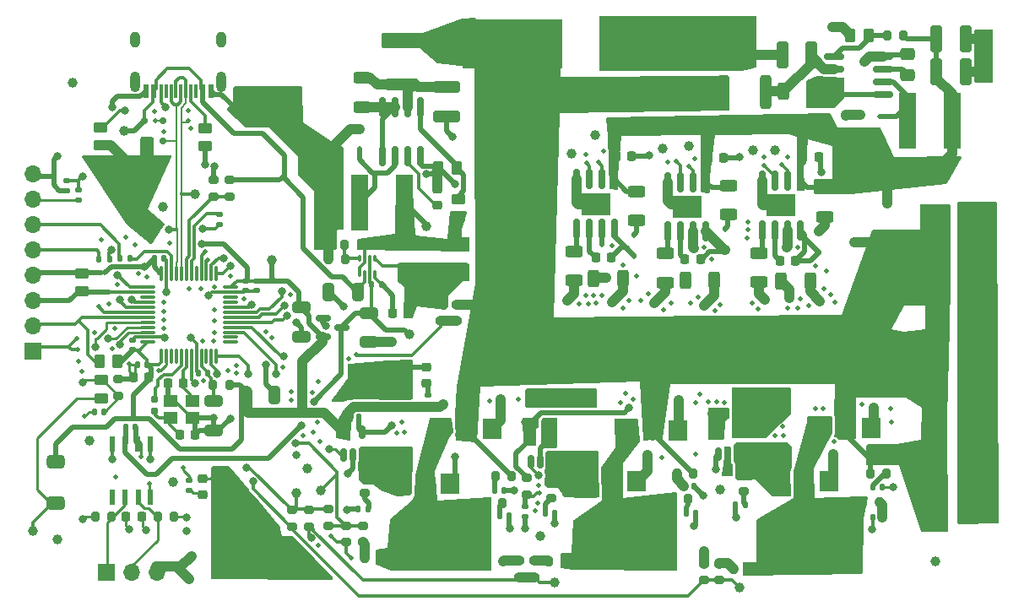
<source format=gtl>
G04 #@! TF.GenerationSoftware,KiCad,Pcbnew,8.0.4-8.0.4-0~ubuntu22.04.1*
G04 #@! TF.CreationDate,2024-09-01T21:10:03+02:00*
G04 #@! TF.ProjectId,bldc_project,626c6463-5f70-4726-9f6a-6563742e6b69,rev?*
G04 #@! TF.SameCoordinates,Original*
G04 #@! TF.FileFunction,Copper,L1,Top*
G04 #@! TF.FilePolarity,Positive*
%FSLAX46Y46*%
G04 Gerber Fmt 4.6, Leading zero omitted, Abs format (unit mm)*
G04 Created by KiCad (PCBNEW 8.0.4-8.0.4-0~ubuntu22.04.1) date 2024-09-01 21:10:03*
%MOMM*%
%LPD*%
G01*
G04 APERTURE LIST*
G04 Aperture macros list*
%AMRoundRect*
0 Rectangle with rounded corners*
0 $1 Rounding radius*
0 $2 $3 $4 $5 $6 $7 $8 $9 X,Y pos of 4 corners*
0 Add a 4 corners polygon primitive as box body*
4,1,4,$2,$3,$4,$5,$6,$7,$8,$9,$2,$3,0*
0 Add four circle primitives for the rounded corners*
1,1,$1+$1,$2,$3*
1,1,$1+$1,$4,$5*
1,1,$1+$1,$6,$7*
1,1,$1+$1,$8,$9*
0 Add four rect primitives between the rounded corners*
20,1,$1+$1,$2,$3,$4,$5,0*
20,1,$1+$1,$4,$5,$6,$7,0*
20,1,$1+$1,$6,$7,$8,$9,0*
20,1,$1+$1,$8,$9,$2,$3,0*%
G04 Aperture macros list end*
G04 #@! TA.AperFunction,SMDPad,CuDef*
%ADD10R,1.700000X5.700000*%
G04 #@! TD*
G04 #@! TA.AperFunction,SMDPad,CuDef*
%ADD11RoundRect,0.225000X0.225000X0.250000X-0.225000X0.250000X-0.225000X-0.250000X0.225000X-0.250000X0*%
G04 #@! TD*
G04 #@! TA.AperFunction,ComponentPad*
%ADD12R,1.905000X2.000000*%
G04 #@! TD*
G04 #@! TA.AperFunction,ComponentPad*
%ADD13O,1.905000X2.000000*%
G04 #@! TD*
G04 #@! TA.AperFunction,SMDPad,CuDef*
%ADD14RoundRect,0.200000X0.275000X-0.200000X0.275000X0.200000X-0.275000X0.200000X-0.275000X-0.200000X0*%
G04 #@! TD*
G04 #@! TA.AperFunction,ComponentPad*
%ADD15C,1.600000*%
G04 #@! TD*
G04 #@! TA.AperFunction,SMDPad,CuDef*
%ADD16RoundRect,0.140000X0.140000X0.170000X-0.140000X0.170000X-0.140000X-0.170000X0.140000X-0.170000X0*%
G04 #@! TD*
G04 #@! TA.AperFunction,SMDPad,CuDef*
%ADD17RoundRect,0.112500X0.187500X0.112500X-0.187500X0.112500X-0.187500X-0.112500X0.187500X-0.112500X0*%
G04 #@! TD*
G04 #@! TA.AperFunction,SMDPad,CuDef*
%ADD18R,0.600000X1.550000*%
G04 #@! TD*
G04 #@! TA.AperFunction,SMDPad,CuDef*
%ADD19RoundRect,0.250000X1.425000X-0.362500X1.425000X0.362500X-1.425000X0.362500X-1.425000X-0.362500X0*%
G04 #@! TD*
G04 #@! TA.AperFunction,SMDPad,CuDef*
%ADD20RoundRect,0.250000X-0.312500X-0.625000X0.312500X-0.625000X0.312500X0.625000X-0.312500X0.625000X0*%
G04 #@! TD*
G04 #@! TA.AperFunction,SMDPad,CuDef*
%ADD21RoundRect,0.250000X-0.650000X0.325000X-0.650000X-0.325000X0.650000X-0.325000X0.650000X0.325000X0*%
G04 #@! TD*
G04 #@! TA.AperFunction,SMDPad,CuDef*
%ADD22RoundRect,0.135000X-0.185000X0.135000X-0.185000X-0.135000X0.185000X-0.135000X0.185000X0.135000X0*%
G04 #@! TD*
G04 #@! TA.AperFunction,SMDPad,CuDef*
%ADD23RoundRect,0.150000X0.150000X-0.512500X0.150000X0.512500X-0.150000X0.512500X-0.150000X-0.512500X0*%
G04 #@! TD*
G04 #@! TA.AperFunction,SMDPad,CuDef*
%ADD24R,10.000000X5.000000*%
G04 #@! TD*
G04 #@! TA.AperFunction,SMDPad,CuDef*
%ADD25RoundRect,0.250000X0.450000X-0.262500X0.450000X0.262500X-0.450000X0.262500X-0.450000X-0.262500X0*%
G04 #@! TD*
G04 #@! TA.AperFunction,SMDPad,CuDef*
%ADD26RoundRect,0.200000X0.200000X0.275000X-0.200000X0.275000X-0.200000X-0.275000X0.200000X-0.275000X0*%
G04 #@! TD*
G04 #@! TA.AperFunction,SMDPad,CuDef*
%ADD27RoundRect,0.218750X0.218750X0.256250X-0.218750X0.256250X-0.218750X-0.256250X0.218750X-0.256250X0*%
G04 #@! TD*
G04 #@! TA.AperFunction,SMDPad,CuDef*
%ADD28RoundRect,0.200000X-0.275000X0.200000X-0.275000X-0.200000X0.275000X-0.200000X0.275000X0.200000X0*%
G04 #@! TD*
G04 #@! TA.AperFunction,SMDPad,CuDef*
%ADD29RoundRect,0.200000X-0.200000X-0.275000X0.200000X-0.275000X0.200000X0.275000X-0.200000X0.275000X0*%
G04 #@! TD*
G04 #@! TA.AperFunction,SMDPad,CuDef*
%ADD30RoundRect,0.250000X-0.625000X0.312500X-0.625000X-0.312500X0.625000X-0.312500X0.625000X0.312500X0*%
G04 #@! TD*
G04 #@! TA.AperFunction,SMDPad,CuDef*
%ADD31RoundRect,0.050000X-0.100000X0.285000X-0.100000X-0.285000X0.100000X-0.285000X0.100000X0.285000X0*%
G04 #@! TD*
G04 #@! TA.AperFunction,SMDPad,CuDef*
%ADD32RoundRect,0.218750X-0.256250X0.218750X-0.256250X-0.218750X0.256250X-0.218750X0.256250X0.218750X0*%
G04 #@! TD*
G04 #@! TA.AperFunction,SMDPad,CuDef*
%ADD33RoundRect,0.112500X0.112500X-0.187500X0.112500X0.187500X-0.112500X0.187500X-0.112500X-0.187500X0*%
G04 #@! TD*
G04 #@! TA.AperFunction,SMDPad,CuDef*
%ADD34RoundRect,0.140000X-0.140000X-0.170000X0.140000X-0.170000X0.140000X0.170000X-0.140000X0.170000X0*%
G04 #@! TD*
G04 #@! TA.AperFunction,SMDPad,CuDef*
%ADD35RoundRect,0.225000X-0.225000X-0.250000X0.225000X-0.250000X0.225000X0.250000X-0.225000X0.250000X0*%
G04 #@! TD*
G04 #@! TA.AperFunction,SMDPad,CuDef*
%ADD36RoundRect,0.250000X0.325000X0.650000X-0.325000X0.650000X-0.325000X-0.650000X0.325000X-0.650000X0*%
G04 #@! TD*
G04 #@! TA.AperFunction,SMDPad,CuDef*
%ADD37C,1.000000*%
G04 #@! TD*
G04 #@! TA.AperFunction,SMDPad,CuDef*
%ADD38RoundRect,0.250000X1.450000X-0.312500X1.450000X0.312500X-1.450000X0.312500X-1.450000X-0.312500X0*%
G04 #@! TD*
G04 #@! TA.AperFunction,SMDPad,CuDef*
%ADD39RoundRect,0.150000X0.825000X0.150000X-0.825000X0.150000X-0.825000X-0.150000X0.825000X-0.150000X0*%
G04 #@! TD*
G04 #@! TA.AperFunction,SMDPad,CuDef*
%ADD40RoundRect,0.150000X-0.150000X0.825000X-0.150000X-0.825000X0.150000X-0.825000X0.150000X0.825000X0*%
G04 #@! TD*
G04 #@! TA.AperFunction,HeatsinkPad*
%ADD41R,3.000000X2.290000*%
G04 #@! TD*
G04 #@! TA.AperFunction,SMDPad,CuDef*
%ADD42RoundRect,0.250000X1.100000X-0.325000X1.100000X0.325000X-1.100000X0.325000X-1.100000X-0.325000X0*%
G04 #@! TD*
G04 #@! TA.AperFunction,SMDPad,CuDef*
%ADD43R,0.600000X1.450000*%
G04 #@! TD*
G04 #@! TA.AperFunction,SMDPad,CuDef*
%ADD44R,0.300000X1.450000*%
G04 #@! TD*
G04 #@! TA.AperFunction,ComponentPad*
%ADD45O,1.000000X2.100000*%
G04 #@! TD*
G04 #@! TA.AperFunction,ComponentPad*
%ADD46O,1.000000X1.600000*%
G04 #@! TD*
G04 #@! TA.AperFunction,SMDPad,CuDef*
%ADD47RoundRect,0.250000X0.325000X1.100000X-0.325000X1.100000X-0.325000X-1.100000X0.325000X-1.100000X0*%
G04 #@! TD*
G04 #@! TA.AperFunction,SMDPad,CuDef*
%ADD48RoundRect,0.250000X-0.325000X-0.650000X0.325000X-0.650000X0.325000X0.650000X-0.325000X0.650000X0*%
G04 #@! TD*
G04 #@! TA.AperFunction,SMDPad,CuDef*
%ADD49RoundRect,0.250000X0.312500X1.450000X-0.312500X1.450000X-0.312500X-1.450000X0.312500X-1.450000X0*%
G04 #@! TD*
G04 #@! TA.AperFunction,SMDPad,CuDef*
%ADD50RoundRect,0.250000X0.262500X0.450000X-0.262500X0.450000X-0.262500X-0.450000X0.262500X-0.450000X0*%
G04 #@! TD*
G04 #@! TA.AperFunction,SMDPad,CuDef*
%ADD51RoundRect,0.075000X0.075000X-0.662500X0.075000X0.662500X-0.075000X0.662500X-0.075000X-0.662500X0*%
G04 #@! TD*
G04 #@! TA.AperFunction,SMDPad,CuDef*
%ADD52RoundRect,0.075000X0.662500X-0.075000X0.662500X0.075000X-0.662500X0.075000X-0.662500X-0.075000X0*%
G04 #@! TD*
G04 #@! TA.AperFunction,SMDPad,CuDef*
%ADD53RoundRect,0.160000X-0.160000X0.197500X-0.160000X-0.197500X0.160000X-0.197500X0.160000X0.197500X0*%
G04 #@! TD*
G04 #@! TA.AperFunction,SMDPad,CuDef*
%ADD54RoundRect,0.250000X-0.450000X0.262500X-0.450000X-0.262500X0.450000X-0.262500X0.450000X0.262500X0*%
G04 #@! TD*
G04 #@! TA.AperFunction,SMDPad,CuDef*
%ADD55RoundRect,0.250000X-1.100000X0.325000X-1.100000X-0.325000X1.100000X-0.325000X1.100000X0.325000X0*%
G04 #@! TD*
G04 #@! TA.AperFunction,SMDPad,CuDef*
%ADD56RoundRect,0.150000X0.150000X-0.825000X0.150000X0.825000X-0.150000X0.825000X-0.150000X-0.825000X0*%
G04 #@! TD*
G04 #@! TA.AperFunction,SMDPad,CuDef*
%ADD57RoundRect,0.250000X-0.325000X-1.100000X0.325000X-1.100000X0.325000X1.100000X-0.325000X1.100000X0*%
G04 #@! TD*
G04 #@! TA.AperFunction,SMDPad,CuDef*
%ADD58RoundRect,0.175000X0.325000X-0.175000X0.325000X0.175000X-0.325000X0.175000X-0.325000X-0.175000X0*%
G04 #@! TD*
G04 #@! TA.AperFunction,SMDPad,CuDef*
%ADD59RoundRect,0.150000X0.150000X-0.200000X0.150000X0.200000X-0.150000X0.200000X-0.150000X-0.200000X0*%
G04 #@! TD*
G04 #@! TA.AperFunction,SMDPad,CuDef*
%ADD60RoundRect,0.135000X0.135000X0.185000X-0.135000X0.185000X-0.135000X-0.185000X0.135000X-0.185000X0*%
G04 #@! TD*
G04 #@! TA.AperFunction,SMDPad,CuDef*
%ADD61R,1.400000X1.200000*%
G04 #@! TD*
G04 #@! TA.AperFunction,SMDPad,CuDef*
%ADD62RoundRect,0.140000X0.170000X-0.140000X0.170000X0.140000X-0.170000X0.140000X-0.170000X-0.140000X0*%
G04 #@! TD*
G04 #@! TA.AperFunction,SMDPad,CuDef*
%ADD63RoundRect,0.150000X-0.587500X-0.150000X0.587500X-0.150000X0.587500X0.150000X-0.587500X0.150000X0*%
G04 #@! TD*
G04 #@! TA.AperFunction,SMDPad,CuDef*
%ADD64RoundRect,0.337500X-0.562500X0.337500X-0.562500X-0.337500X0.562500X-0.337500X0.562500X0.337500X0*%
G04 #@! TD*
G04 #@! TA.AperFunction,SMDPad,CuDef*
%ADD65RoundRect,0.140000X-0.170000X0.140000X-0.170000X-0.140000X0.170000X-0.140000X0.170000X0.140000X0*%
G04 #@! TD*
G04 #@! TA.AperFunction,SMDPad,CuDef*
%ADD66RoundRect,0.250000X-0.475000X0.337500X-0.475000X-0.337500X0.475000X-0.337500X0.475000X0.337500X0*%
G04 #@! TD*
G04 #@! TA.AperFunction,ComponentPad*
%ADD67R,1.700000X1.700000*%
G04 #@! TD*
G04 #@! TA.AperFunction,ComponentPad*
%ADD68O,1.700000X1.700000*%
G04 #@! TD*
G04 #@! TA.AperFunction,SMDPad,CuDef*
%ADD69RoundRect,0.225000X-0.250000X0.225000X-0.250000X-0.225000X0.250000X-0.225000X0.250000X0.225000X0*%
G04 #@! TD*
G04 #@! TA.AperFunction,ComponentPad*
%ADD70C,1.000000*%
G04 #@! TD*
G04 #@! TA.AperFunction,ViaPad*
%ADD71C,1.000000*%
G04 #@! TD*
G04 #@! TA.AperFunction,ViaPad*
%ADD72C,0.500000*%
G04 #@! TD*
G04 #@! TA.AperFunction,ViaPad*
%ADD73C,0.800000*%
G04 #@! TD*
G04 #@! TA.AperFunction,Conductor*
%ADD74C,1.000000*%
G04 #@! TD*
G04 #@! TA.AperFunction,Conductor*
%ADD75C,0.500000*%
G04 #@! TD*
G04 #@! TA.AperFunction,Conductor*
%ADD76C,0.250000*%
G04 #@! TD*
G04 #@! TA.AperFunction,Conductor*
%ADD77C,0.300000*%
G04 #@! TD*
G04 #@! TA.AperFunction,Conductor*
%ADD78C,0.200000*%
G04 #@! TD*
G04 APERTURE END LIST*
D10*
X135700000Y-91750000D03*
X131200000Y-91750000D03*
X80750000Y-99950000D03*
X76250000Y-99950000D03*
D11*
X55125000Y-117500000D03*
X53575000Y-117500000D03*
D12*
X127540000Y-122592500D03*
D13*
X125000000Y-122592500D03*
X122460000Y-122592500D03*
D14*
X52075000Y-119300000D03*
X52075000Y-117650000D03*
D15*
X132500000Y-105300000D03*
X137500000Y-105300000D03*
D16*
X61030000Y-117025000D03*
X60070000Y-117025000D03*
D17*
X128550000Y-91300000D03*
X126450000Y-91300000D03*
D18*
X55285000Y-124125000D03*
X54015000Y-124125000D03*
X52745000Y-124125000D03*
X51475000Y-124125000D03*
X51475000Y-129525000D03*
X52745000Y-129525000D03*
X54080000Y-129525000D03*
X55285000Y-129525000D03*
D19*
X79800000Y-125075000D03*
X79800000Y-119150000D03*
D20*
X118537500Y-107800000D03*
X121462500Y-107800000D03*
D15*
X133000000Y-127300000D03*
X138000000Y-127300000D03*
D21*
X61650000Y-119875000D03*
X61650000Y-122825000D03*
D22*
X83100000Y-119240000D03*
X83100000Y-120260000D03*
D23*
X93427500Y-125910000D03*
X94377500Y-125910000D03*
X95327500Y-125910000D03*
X95327500Y-123635000D03*
X93427500Y-123635000D03*
D24*
X84500000Y-134400000D03*
D25*
X50350000Y-119562500D03*
X50350000Y-117737500D03*
D26*
X91525000Y-127400000D03*
X89875000Y-127400000D03*
D27*
X81187500Y-111000000D03*
X79612500Y-111000000D03*
D28*
X86000000Y-110175000D03*
X86000000Y-111825000D03*
D29*
X129175000Y-83200000D03*
X130825000Y-83200000D03*
D14*
X93800000Y-137525000D03*
X93800000Y-135875000D03*
D30*
X97800000Y-104837500D03*
X97800000Y-107762500D03*
D20*
X99737500Y-107600000D03*
X102662500Y-107600000D03*
D31*
X77812500Y-105545000D03*
X77312500Y-105545000D03*
X76812500Y-105545000D03*
X76312500Y-105545000D03*
X76312500Y-107025000D03*
X76812500Y-107025000D03*
X77312500Y-107025000D03*
X77812500Y-107025000D03*
D19*
X117600000Y-125200000D03*
X117600000Y-119275000D03*
D29*
X95275000Y-135900000D03*
X96925000Y-135900000D03*
D32*
X60550000Y-127662500D03*
X60550000Y-129237500D03*
D28*
X76600000Y-132375000D03*
X76600000Y-134025000D03*
D33*
X103800000Y-105250000D03*
X103800000Y-103150000D03*
D34*
X89777500Y-128817500D03*
X90737500Y-128817500D03*
D24*
X121362500Y-134435000D03*
D29*
X127475000Y-127137500D03*
X129125000Y-127137500D03*
D35*
X52850000Y-131475000D03*
X54400000Y-131475000D03*
D34*
X75200000Y-121492500D03*
X76160000Y-121492500D03*
D26*
X74812500Y-105645000D03*
X73162500Y-105645000D03*
D34*
X90297500Y-131400000D03*
X91257500Y-131400000D03*
D36*
X76100000Y-108900000D03*
X73150000Y-108900000D03*
D28*
X114762500Y-127285000D03*
X114762500Y-128935000D03*
D26*
X57675000Y-131475000D03*
X56025000Y-131475000D03*
D22*
X92900000Y-130400000D03*
X92900000Y-131420000D03*
D37*
X134050000Y-135900000D03*
D34*
X109020000Y-131100000D03*
X109980000Y-131100000D03*
D38*
X80536000Y-88111500D03*
X80536000Y-83836500D03*
D21*
X77200000Y-111000000D03*
X77200000Y-113950000D03*
D12*
X108177500Y-122772500D03*
D13*
X105637500Y-122772500D03*
X103097500Y-122772500D03*
D35*
X111225000Y-95500000D03*
X112775000Y-95500000D03*
D28*
X92300000Y-135875000D03*
X92300000Y-137525000D03*
D39*
X128800000Y-89100000D03*
X128800000Y-87830000D03*
X128800000Y-86560000D03*
X128800000Y-85290000D03*
X123850000Y-85290000D03*
X123850000Y-86560000D03*
X123850000Y-87830000D03*
X123850000Y-89100000D03*
D16*
X77082500Y-130717500D03*
X76122500Y-130717500D03*
X50655000Y-120925000D03*
X49695000Y-120925000D03*
D28*
X84400000Y-110175000D03*
X84400000Y-111825000D03*
D29*
X61575000Y-118250000D03*
X63225000Y-118250000D03*
D40*
X101845000Y-97617500D03*
X100575000Y-97617500D03*
X99305000Y-97617500D03*
X98035000Y-97617500D03*
X98035000Y-102567500D03*
X99305000Y-102567500D03*
X100575000Y-102567500D03*
X101845000Y-102567500D03*
D41*
X99940000Y-100092500D03*
D28*
X76802500Y-127417500D03*
X76802500Y-129067500D03*
D24*
X91600000Y-84000000D03*
D42*
X85900000Y-107175000D03*
X85900000Y-104225000D03*
D43*
X61350000Y-88745000D03*
X60550000Y-88745000D03*
D44*
X59350000Y-88745000D03*
X58350000Y-88745000D03*
X57850000Y-88745000D03*
X56850000Y-88745000D03*
D43*
X55650000Y-88745000D03*
X54850000Y-88745000D03*
X54850000Y-88745000D03*
X55650000Y-88745000D03*
D44*
X56350000Y-88745000D03*
X57350000Y-88745000D03*
X58850000Y-88745000D03*
X59850000Y-88745000D03*
D43*
X60550000Y-88745000D03*
X61350000Y-88745000D03*
D45*
X62420000Y-87830000D03*
D46*
X62420000Y-83650000D03*
D45*
X53780000Y-87830000D03*
D46*
X53780000Y-83650000D03*
D29*
X76775000Y-135600000D03*
X78425000Y-135600000D03*
D47*
X121600000Y-85150000D03*
X118650000Y-85150000D03*
D48*
X64775000Y-119275000D03*
X67725000Y-119275000D03*
D23*
X74667500Y-125255000D03*
X75617500Y-125255000D03*
X76567500Y-125255000D03*
X76567500Y-122980000D03*
X74667500Y-122980000D03*
D49*
X117000000Y-88900000D03*
X112725000Y-88900000D03*
D30*
X113300000Y-98237500D03*
X113300000Y-101162500D03*
D29*
X126775000Y-130000000D03*
X128425000Y-130000000D03*
D50*
X86012500Y-96500000D03*
X84187500Y-96500000D03*
D51*
X56400000Y-115362500D03*
X56900000Y-115362500D03*
X57400000Y-115362500D03*
X57900000Y-115362500D03*
X58400000Y-115362500D03*
X58900000Y-115362500D03*
X59400000Y-115362500D03*
X59900000Y-115362500D03*
X60400000Y-115362500D03*
X60900000Y-115362500D03*
X61400000Y-115362500D03*
X61900000Y-115362500D03*
D52*
X63312500Y-113950000D03*
X63312500Y-113450000D03*
X63312500Y-112950000D03*
X63312500Y-112450000D03*
X63312500Y-111950000D03*
X63312500Y-111450000D03*
X63312500Y-110950000D03*
X63312500Y-110450000D03*
X63312500Y-109950000D03*
X63312500Y-109450000D03*
X63312500Y-108950000D03*
X63312500Y-108450000D03*
D51*
X61900000Y-107037500D03*
X61400000Y-107037500D03*
X60900000Y-107037500D03*
X60400000Y-107037500D03*
X59900000Y-107037500D03*
X59400000Y-107037500D03*
X58900000Y-107037500D03*
X58400000Y-107037500D03*
X57900000Y-107037500D03*
X57400000Y-107037500D03*
X56900000Y-107037500D03*
X56400000Y-107037500D03*
D52*
X54987500Y-108450000D03*
X54987500Y-108950000D03*
X54987500Y-109450000D03*
X54987500Y-109950000D03*
X54987500Y-110450000D03*
X54987500Y-110950000D03*
X54987500Y-111450000D03*
X54987500Y-111950000D03*
X54987500Y-112450000D03*
X54987500Y-112950000D03*
X54987500Y-113450000D03*
X54987500Y-113950000D03*
D25*
X50250000Y-94212500D03*
X50250000Y-92387500D03*
D37*
X46000000Y-133750000D03*
D50*
X127325000Y-83200000D03*
X125500000Y-83200000D03*
D14*
X73100000Y-132350000D03*
X73100000Y-130700000D03*
D12*
X104077500Y-127917500D03*
D13*
X101537500Y-127917500D03*
X98997500Y-127917500D03*
D28*
X95462500Y-127955000D03*
X95462500Y-129605000D03*
D12*
X85350000Y-128150000D03*
D13*
X82810000Y-128150000D03*
X80270000Y-128150000D03*
D14*
X71230000Y-132425000D03*
X71230000Y-130775000D03*
D11*
X101520000Y-105487500D03*
X99970000Y-105487500D03*
D28*
X63200000Y-97675000D03*
X63200000Y-99325000D03*
D14*
X112300000Y-137825000D03*
X112300000Y-136175000D03*
D16*
X128680000Y-131500000D03*
X127720000Y-131500000D03*
D53*
X55700000Y-119702500D03*
X55700000Y-120897500D03*
D34*
X113045000Y-121110000D03*
X114005000Y-121110000D03*
D54*
X48450000Y-107037500D03*
X48450000Y-108862500D03*
D55*
X85020000Y-88385000D03*
X85020000Y-91335000D03*
D56*
X78530000Y-95300000D03*
X79800000Y-95300000D03*
X81070000Y-95300000D03*
X82340000Y-95300000D03*
X82340000Y-90350000D03*
X81070000Y-90350000D03*
X79800000Y-90350000D03*
X78530000Y-90350000D03*
D12*
X89580000Y-122655000D03*
D13*
X87040000Y-122655000D03*
X84500000Y-122655000D03*
D30*
X116300000Y-105000000D03*
X116300000Y-107925000D03*
D57*
X134125000Y-83500000D03*
X137075000Y-83500000D03*
D26*
X51400000Y-131475000D03*
X49750000Y-131475000D03*
D11*
X59775000Y-123200000D03*
X58225000Y-123200000D03*
D33*
X122300000Y-104950000D03*
X122300000Y-102850000D03*
D35*
X120750000Y-95350000D03*
X122300000Y-95350000D03*
D15*
X132600000Y-116300000D03*
X137600000Y-116300000D03*
D34*
X94882500Y-131080000D03*
X95842500Y-131080000D03*
D22*
X62200000Y-101140000D03*
X62200000Y-102160000D03*
D24*
X108300000Y-84000000D03*
D58*
X54850000Y-93750000D03*
D59*
X56550000Y-93750000D03*
X56550000Y-91750000D03*
X54650000Y-91750000D03*
D11*
X110450000Y-105600000D03*
X108900000Y-105600000D03*
D34*
X108820000Y-128400000D03*
X109780000Y-128400000D03*
D60*
X53220000Y-105550000D03*
X52200000Y-105550000D03*
D22*
X59150000Y-127790000D03*
X59150000Y-128810000D03*
D37*
X47500000Y-87900000D03*
D11*
X119975000Y-105800000D03*
X118425000Y-105800000D03*
D30*
X76500000Y-87437500D03*
X76500000Y-90362500D03*
D61*
X59500000Y-119850000D03*
X57300000Y-119850000D03*
X57300000Y-121550000D03*
X59500000Y-121550000D03*
D60*
X51170000Y-105600000D03*
X50150000Y-105600000D03*
D30*
X106900000Y-105037500D03*
X106900000Y-107962500D03*
D16*
X54930000Y-116200000D03*
X53970000Y-116200000D03*
D62*
X53475000Y-114705000D03*
X53475000Y-113745000D03*
D63*
X72600000Y-111525000D03*
X72600000Y-113425000D03*
X74475000Y-112475000D03*
D64*
X45800000Y-125925000D03*
X45800000Y-130075000D03*
D29*
X88892500Y-130117500D03*
X90542500Y-130117500D03*
D32*
X83000000Y-116462500D03*
X83000000Y-118037500D03*
D35*
X102025000Y-95262500D03*
X103575000Y-95262500D03*
D33*
X76250000Y-94650000D03*
X76250000Y-92550000D03*
D25*
X60800000Y-94312500D03*
X60800000Y-92487500D03*
D35*
X57025000Y-118075000D03*
X58575000Y-118075000D03*
D65*
X46850000Y-97770000D03*
X46850000Y-98730000D03*
D34*
X93837500Y-122010000D03*
X94797500Y-122010000D03*
X52820000Y-122475000D03*
X53780000Y-122475000D03*
D50*
X52012500Y-115900000D03*
X50187500Y-115900000D03*
D60*
X78510000Y-108200000D03*
X77490000Y-108200000D03*
D65*
X64850000Y-107820000D03*
X64850000Y-108780000D03*
D22*
X48050000Y-98640000D03*
X48050000Y-99660000D03*
D66*
X131200000Y-85062500D03*
X131200000Y-87137500D03*
D40*
X111000000Y-97880000D03*
X109730000Y-97880000D03*
X108460000Y-97880000D03*
X107190000Y-97880000D03*
X107190000Y-102830000D03*
X108460000Y-102830000D03*
X109730000Y-102830000D03*
X111000000Y-102830000D03*
D41*
X109095000Y-100355000D03*
D34*
X55695000Y-105525000D03*
X56655000Y-105525000D03*
D26*
X109725000Y-127117500D03*
X108075000Y-127117500D03*
D54*
X86200000Y-99587500D03*
X86200000Y-101412500D03*
D23*
X112265000Y-125147500D03*
X113215000Y-125147500D03*
X114165000Y-125147500D03*
X114165000Y-122872500D03*
X112265000Y-122872500D03*
D65*
X65950000Y-107820000D03*
X65950000Y-108780000D03*
D14*
X74900000Y-134025000D03*
X74900000Y-132375000D03*
D16*
X114942500Y-130300000D03*
X113982500Y-130300000D03*
D19*
X98100000Y-125525000D03*
X98100000Y-119600000D03*
D55*
X82600000Y-104225000D03*
X82600000Y-107175000D03*
D33*
X112930000Y-104650000D03*
X112930000Y-102550000D03*
D40*
X120455000Y-97755000D03*
X119185000Y-97755000D03*
X117915000Y-97755000D03*
X116645000Y-97755000D03*
X116645000Y-102705000D03*
X117915000Y-102705000D03*
X119185000Y-102705000D03*
X120455000Y-102705000D03*
D41*
X118550000Y-100230000D03*
D47*
X137075000Y-86800000D03*
X134125000Y-86800000D03*
D20*
X108937500Y-107700000D03*
X111862500Y-107700000D03*
D26*
X76412500Y-104145000D03*
X74762500Y-104145000D03*
D14*
X61600000Y-99325000D03*
X61600000Y-97675000D03*
D67*
X50900000Y-137000000D03*
D68*
X53440000Y-137000000D03*
X55980000Y-137000000D03*
D34*
X127720000Y-128500000D03*
X128680000Y-128500000D03*
D14*
X69500000Y-132450000D03*
X69500000Y-130800000D03*
D28*
X110800000Y-136175000D03*
X110800000Y-137825000D03*
D24*
X102900000Y-134200000D03*
D14*
X93000000Y-129225000D03*
X93000000Y-127575000D03*
D12*
X123377500Y-127872500D03*
D13*
X120837500Y-127872500D03*
X118297500Y-127872500D03*
D67*
X43500000Y-114890000D03*
D68*
X43500000Y-112350000D03*
X43500000Y-109810000D03*
X43500000Y-107270000D03*
X43500000Y-104730000D03*
X43500000Y-102190000D03*
X43500000Y-99650000D03*
X43500000Y-97110000D03*
D69*
X84100000Y-98625000D03*
X84100000Y-100175000D03*
D20*
X118775000Y-88800000D03*
X121700000Y-88800000D03*
D30*
X122900000Y-98437500D03*
X122900000Y-101362500D03*
D29*
X107575000Y-129672500D03*
X109225000Y-129672500D03*
D30*
X104000000Y-98837500D03*
X104000000Y-101762500D03*
D21*
X70400000Y-110425000D03*
X70400000Y-113375000D03*
D29*
X113775000Y-136700000D03*
X115425000Y-136700000D03*
D70*
X49200000Y-123800000D03*
X81300000Y-113200000D03*
X117900000Y-94700000D03*
X94400000Y-133400000D03*
X43500000Y-132850000D03*
X114350000Y-138550000D03*
X129200000Y-100050000D03*
X52650000Y-92750000D03*
X71050000Y-126600000D03*
X95800000Y-138050000D03*
X59750000Y-99100000D03*
X115700000Y-94700000D03*
X97500000Y-95050000D03*
X56550000Y-100350000D03*
X57600000Y-128000000D03*
X67500000Y-105700000D03*
X99900000Y-93200000D03*
X109250000Y-94300000D03*
X72400000Y-128800000D03*
X82950000Y-102300000D03*
X125900000Y-103950000D03*
X69900000Y-129100000D03*
X106650000Y-94550000D03*
X112400000Y-128700000D03*
D71*
X114700000Y-85800000D03*
X114700000Y-84600000D03*
X114700000Y-83400000D03*
X114700000Y-82100000D03*
X101800000Y-85900000D03*
X101800000Y-84700000D03*
X101800000Y-83400000D03*
X101800000Y-82100000D03*
D72*
X102950000Y-119100000D03*
X104050000Y-107350000D03*
X110400000Y-119200000D03*
D73*
X80600000Y-107650000D03*
D72*
X111900000Y-110800000D03*
X116200000Y-110600000D03*
X122750000Y-120600000D03*
X48000000Y-114700000D03*
X118700000Y-122400000D03*
X111200000Y-119950000D03*
D73*
X139300000Y-104500000D03*
X125000000Y-91200000D03*
X74700000Y-110400000D03*
D72*
X61700000Y-111800000D03*
D73*
X138500000Y-114900000D03*
D72*
X59300000Y-92500000D03*
X56600000Y-92800000D03*
D73*
X138000000Y-103700000D03*
X139300000Y-126400000D03*
D72*
X75200000Y-115600000D03*
X99000000Y-95100000D03*
X106550000Y-125500000D03*
X76450000Y-116500000D03*
D73*
X84400000Y-109200000D03*
D72*
X103300000Y-109800000D03*
X60350000Y-108550000D03*
X126650000Y-120200000D03*
X48700000Y-121375000D03*
D73*
X100700000Y-100700000D03*
D72*
X51825000Y-127450000D03*
D73*
X63300000Y-121600000D03*
X117600000Y-122000000D03*
D72*
X51150000Y-110150000D03*
D73*
X75100000Y-127100000D03*
X79500000Y-113950000D03*
X79700000Y-117900000D03*
D72*
X115200000Y-101900000D03*
X129550000Y-120650000D03*
X55900000Y-102750000D03*
D73*
X63800000Y-90400000D03*
D72*
X80800000Y-122950000D03*
X54900000Y-107400000D03*
X104500000Y-109800000D03*
D73*
X58900000Y-132900000D03*
X66843563Y-116222240D03*
D72*
X123550000Y-109150000D03*
D73*
X81500000Y-109200001D03*
D72*
X94150000Y-130050000D03*
X103700000Y-119650000D03*
X100700000Y-94800000D03*
X101600000Y-104300000D03*
D73*
X123700000Y-82350000D03*
X83000000Y-97100000D03*
D72*
X72050000Y-122000000D03*
X99750000Y-109250000D03*
X112050000Y-119900000D03*
D73*
X127700000Y-132700000D03*
D72*
X109950000Y-125150000D03*
D73*
X105300000Y-95200000D03*
X117900000Y-100800000D03*
D72*
X115150000Y-103500000D03*
D73*
X114400000Y-95400000D03*
X85800000Y-98100000D03*
X136800000Y-117500000D03*
X138900000Y-85700000D03*
D72*
X89300000Y-119850000D03*
X48450000Y-116925000D03*
X106750000Y-110700000D03*
X53750000Y-104200000D03*
X100550000Y-109250000D03*
X111600000Y-105600000D03*
X75600000Y-116500000D03*
X100000000Y-110050000D03*
X123100000Y-106850000D03*
D73*
X136900000Y-114800000D03*
X56750000Y-113500000D03*
X136900000Y-107000000D03*
X85616000Y-93340000D03*
D72*
X107550000Y-110050000D03*
D73*
X94000000Y-119700000D03*
D72*
X121950000Y-120600000D03*
D73*
X80800000Y-117900000D03*
D72*
X54100000Y-107100000D03*
X115600000Y-110000000D03*
D73*
X137900000Y-117900000D03*
D72*
X52850000Y-103450000D03*
X94200000Y-128300000D03*
D73*
X69900000Y-125300000D03*
X138900000Y-86900000D03*
X137900000Y-128900000D03*
X126900000Y-85800000D03*
X59300000Y-113500000D03*
D72*
X72300000Y-123950000D03*
D73*
X82800000Y-109200000D03*
X139100000Y-117400000D03*
D72*
X80500000Y-121950000D03*
X73400000Y-133400000D03*
D73*
X61600000Y-121500000D03*
X139400000Y-116000000D03*
X138900000Y-84600000D03*
D72*
X75400000Y-135600000D03*
X109850000Y-95550000D03*
X67500000Y-113500000D03*
D73*
X95300000Y-119700000D03*
D72*
X107200000Y-95900000D03*
D73*
X73000000Y-104300000D03*
D72*
X119200000Y-110500000D03*
X61700000Y-110700000D03*
X48050000Y-115900000D03*
X123850000Y-123950000D03*
D73*
X100600000Y-99600000D03*
D72*
X51450000Y-114600000D03*
X77350000Y-116500000D03*
X122000000Y-106300000D03*
X120500000Y-109600000D03*
X117950000Y-123300000D03*
X122800000Y-108550000D03*
D73*
X109800000Y-99800000D03*
D72*
X52000000Y-108200000D03*
X63900000Y-116250000D03*
D73*
X119300000Y-100800000D03*
D72*
X60550000Y-113800000D03*
X53150000Y-116150000D03*
X123900000Y-109900000D03*
X61700000Y-108400000D03*
X110000000Y-120050000D03*
D73*
X69911744Y-111950000D03*
X139100000Y-128600000D03*
D72*
X93900000Y-130850000D03*
X119200000Y-95400000D03*
X55225000Y-128150000D03*
D73*
X114000000Y-131500000D03*
D72*
X68600000Y-116450000D03*
D73*
X117000000Y-85100000D03*
D72*
X109500000Y-110000000D03*
D73*
X129800000Y-128500000D03*
D72*
X110200000Y-109400000D03*
X120200000Y-104400000D03*
X112875000Y-120000000D03*
X57250000Y-104000000D03*
D73*
X91300000Y-132600000D03*
X119300000Y-99600000D03*
D72*
X120200000Y-110500000D03*
D73*
X79450000Y-122300000D03*
D72*
X115200000Y-102700000D03*
D73*
X117800000Y-99600000D03*
D72*
X71500735Y-118999265D03*
X118800000Y-123300000D03*
D73*
X52900000Y-95800000D03*
X138900000Y-83400000D03*
D72*
X69450000Y-119800000D03*
X73925000Y-119550000D03*
D73*
X65400000Y-136300000D03*
X95800000Y-132100000D03*
X56900000Y-108900000D03*
X54850000Y-132775000D03*
X108200000Y-99800000D03*
D72*
X63100000Y-116800000D03*
X112450000Y-110200000D03*
D73*
X92900000Y-132600000D03*
D72*
X47900000Y-113600000D03*
X50350000Y-103650000D03*
D73*
X59400000Y-135400000D03*
D72*
X56650000Y-111700000D03*
X56250000Y-101950000D03*
D73*
X91800000Y-128800000D03*
X51500000Y-90400000D03*
D72*
X49700000Y-113000000D03*
D73*
X63800000Y-128050000D03*
D72*
X69400000Y-118875000D03*
X102450000Y-120000000D03*
X129650000Y-121950000D03*
D73*
X113100000Y-126800000D03*
D72*
X56650000Y-112550000D03*
X60600000Y-117800000D03*
X72100000Y-117875000D03*
X69300000Y-109200000D03*
X98950000Y-109250000D03*
X121300000Y-110300000D03*
X56650000Y-109900000D03*
X59100000Y-90700000D03*
X102700000Y-106200000D03*
D73*
X99200000Y-99500000D03*
D72*
X98300000Y-110100000D03*
D73*
X54800000Y-95700000D03*
D72*
X72157532Y-134350000D03*
D73*
X99100000Y-100700000D03*
X136800000Y-126000000D03*
D72*
X105200000Y-109100000D03*
X102700000Y-110500000D03*
D73*
X136800000Y-128500000D03*
D72*
X63950000Y-117050000D03*
D73*
X60800000Y-96100000D03*
X109900000Y-100900000D03*
X95700000Y-122100000D03*
D72*
X80000000Y-123050000D03*
X99200000Y-110150000D03*
X92150000Y-119700000D03*
X55700000Y-90800000D03*
D73*
X45925000Y-95275000D03*
X61100000Y-109300000D03*
D72*
X61600000Y-113800000D03*
X56650000Y-110850000D03*
D73*
X136800000Y-103700000D03*
X138300000Y-125800000D03*
X122600000Y-96900000D03*
D72*
X116800000Y-95400000D03*
X59200000Y-108550000D03*
D73*
X63050000Y-126950000D03*
X75000000Y-130800000D03*
X61700000Y-96300000D03*
D72*
X64700000Y-109600000D03*
D73*
X116600000Y-122800000D03*
X110800000Y-134900000D03*
D72*
X51750000Y-112600000D03*
X69500000Y-133900000D03*
D73*
X109800000Y-132400000D03*
D72*
X110800000Y-104400000D03*
D73*
X138200000Y-106800000D03*
D72*
X70600000Y-123300000D03*
X54350000Y-125475000D03*
X71650000Y-123000000D03*
D73*
X90700000Y-135900000D03*
X139200000Y-105900000D03*
X110700000Y-129300000D03*
X115800000Y-121300000D03*
X108400000Y-100900000D03*
X72900000Y-112350000D03*
D72*
X63350000Y-107350000D03*
D73*
X59175000Y-137725000D03*
D72*
X66900000Y-112900000D03*
X61700000Y-112950000D03*
D73*
X103300000Y-120550000D03*
X111700000Y-121100000D03*
X92900000Y-122000000D03*
X84650000Y-120150000D03*
X60450000Y-104100000D03*
X54700000Y-106370000D03*
X49800000Y-114450000D03*
X48525000Y-117975000D03*
X71700000Y-119900000D03*
X70400000Y-122300000D03*
X48500000Y-97300000D03*
X59800000Y-118100000D03*
X57100000Y-102700000D03*
X60500000Y-102600000D03*
X52700000Y-90700000D03*
X56824085Y-90354709D03*
X127850000Y-120500000D03*
X122450000Y-109850000D03*
X116900000Y-109700000D03*
X123800000Y-125200000D03*
X108250000Y-119800000D03*
X110800000Y-110300000D03*
X105800000Y-110000000D03*
X105150000Y-125300000D03*
X97100000Y-109800000D03*
X85850000Y-125400000D03*
X101600000Y-109900000D03*
X90400000Y-119650000D03*
X119400000Y-109500000D03*
X119100000Y-104400000D03*
X108937500Y-107700000D03*
X109800000Y-104500000D03*
X65100000Y-117100000D03*
X65569669Y-127930331D03*
X62000000Y-117100000D03*
X64900000Y-126500000D03*
D72*
X60800000Y-104900000D03*
X75950000Y-115200000D03*
X61000000Y-105700000D03*
X94300000Y-129100000D03*
D73*
X52000000Y-107220000D03*
X51369669Y-104730331D03*
D72*
X118636250Y-96163750D03*
D73*
X69010661Y-111289339D03*
X68700000Y-110300000D03*
D72*
X116800000Y-96200000D03*
D73*
X68500000Y-108800000D03*
D72*
X109285000Y-96315000D03*
X50100000Y-110400000D03*
X108060576Y-95830000D03*
X100200000Y-95900000D03*
D73*
X52207719Y-109675965D03*
X53416364Y-109700000D03*
D72*
X99010000Y-95990000D03*
D73*
X62600000Y-105500000D03*
X112000000Y-126700000D03*
X94219669Y-127319669D03*
X63300000Y-106300000D03*
X73200000Y-124700000D03*
X65400000Y-110200000D03*
X51050000Y-113600000D03*
X51475000Y-125650000D03*
X52237569Y-114200000D03*
X55300000Y-125650000D03*
D72*
X100575000Y-104195000D03*
D73*
X101000000Y-107500000D03*
X58875000Y-131500000D03*
X53150000Y-132700000D03*
X48475000Y-131725000D03*
D72*
X59100000Y-91700000D03*
X55800000Y-91700000D03*
D73*
X69801041Y-124101041D03*
X68619669Y-115380331D03*
X67900000Y-117100000D03*
X71405331Y-133594669D03*
D72*
X58600000Y-126500000D03*
X56153531Y-116803531D03*
D74*
X114700000Y-85800000D02*
X115000000Y-85800000D01*
X115000000Y-85800000D02*
X115400000Y-85400000D01*
X115400000Y-85100000D02*
X117000000Y-85100000D01*
X114700000Y-85800000D02*
X115400000Y-85100000D01*
X58325000Y-136475000D02*
X55830000Y-136475000D01*
X59400000Y-135400000D02*
X58325000Y-136475000D01*
D75*
X134125000Y-83500000D02*
X131125000Y-83500000D01*
X101850000Y-95262500D02*
X101850000Y-97612500D01*
D74*
X135700000Y-89050000D02*
X134125000Y-87475000D01*
D75*
X131125000Y-83500000D02*
X130825000Y-83200000D01*
X111050000Y-97830000D02*
X111000000Y-97880000D01*
D74*
X129200000Y-98150000D02*
X128950000Y-97900000D01*
D75*
X104000000Y-98837500D02*
X103065000Y-98837500D01*
X111050000Y-95500000D02*
X111050000Y-97830000D01*
X121137500Y-98437500D02*
X120455000Y-97755000D01*
X111000000Y-97880000D02*
X111570000Y-98450000D01*
D74*
X129200000Y-100050000D02*
X129200000Y-98150000D01*
D75*
X120575000Y-97635000D02*
X120455000Y-97755000D01*
D74*
X135700000Y-95000000D02*
X133850000Y-96850000D01*
D75*
X122900000Y-98437500D02*
X121137500Y-98437500D01*
X134125000Y-86800000D02*
X134125000Y-83500000D01*
D74*
X134125000Y-87475000D02*
X134125000Y-86800000D01*
D75*
X103065000Y-98837500D02*
X101845000Y-97617500D01*
D74*
X135700000Y-91750000D02*
X135700000Y-89050000D01*
X135700000Y-91750000D02*
X135700000Y-95000000D01*
D75*
X111570000Y-98450000D02*
X112987500Y-98450000D01*
X120575000Y-95350000D02*
X120575000Y-97635000D01*
X101850000Y-97612500D02*
X101845000Y-97617500D01*
D76*
X49150000Y-120925000D02*
X49665000Y-120925000D01*
D75*
X113982500Y-130300000D02*
X113982500Y-131482500D01*
D74*
X50250000Y-94212500D02*
X51312500Y-94212500D01*
D75*
X105237500Y-95262500D02*
X105300000Y-95200000D01*
X76567500Y-122980000D02*
X78770000Y-122980000D01*
D74*
X90725000Y-135875000D02*
X90700000Y-135900000D01*
X126450000Y-91150000D02*
X125050000Y-91150000D01*
X128800000Y-85290000D02*
X127410000Y-85290000D01*
D75*
X61600000Y-97675000D02*
X61600000Y-96300000D01*
D74*
X84100000Y-96587500D02*
X84187500Y-96500000D01*
D76*
X60600000Y-127662500D02*
X61287500Y-127662500D01*
D75*
X113982500Y-131482500D02*
X114000000Y-131500000D01*
X45925000Y-95275000D02*
X45600000Y-95600000D01*
X85020000Y-92744000D02*
X85616000Y-93340000D01*
D76*
X53200000Y-116200000D02*
X53150000Y-116150000D01*
D75*
X66843563Y-118168563D02*
X67375000Y-118700000D01*
X76122500Y-130717500D02*
X75082500Y-130717500D01*
X122475000Y-96775000D02*
X122600000Y-96900000D01*
D74*
X110800000Y-136175000D02*
X110800000Y-134900000D01*
D75*
X122475000Y-95350000D02*
X122475000Y-96775000D01*
D74*
X137075000Y-86800000D02*
X138800000Y-86800000D01*
D75*
X53810000Y-123920000D02*
X54015000Y-124125000D01*
D74*
X114165000Y-122872500D02*
X114227500Y-122872500D01*
X116645000Y-97755000D02*
X116645000Y-100145000D01*
D75*
X52000000Y-89300000D02*
X54295000Y-89300000D01*
X94377500Y-125910000D02*
X94377500Y-124585000D01*
D74*
X114165000Y-122872500D02*
X116527500Y-122872500D01*
D76*
X54350000Y-125475000D02*
X54350000Y-124060000D01*
D75*
X72562500Y-111500000D02*
X72562500Y-112012500D01*
X82545000Y-96275000D02*
X83962500Y-96275000D01*
X84200000Y-96500000D02*
X85800000Y-98100000D01*
D77*
X59900000Y-116885000D02*
X60040000Y-117025000D01*
D75*
X62400000Y-89100000D02*
X61705000Y-89100000D01*
D74*
X125362500Y-83200000D02*
X125362500Y-82987500D01*
D75*
X82600000Y-106775000D02*
X81475000Y-106775000D01*
X59550000Y-121500000D02*
X59500000Y-121550000D01*
D74*
X92300000Y-135875000D02*
X90725000Y-135875000D01*
D75*
X57025000Y-119575000D02*
X57300000Y-119850000D01*
D74*
X73162500Y-105645000D02*
X73162500Y-104462500D01*
X117000000Y-85100000D02*
X118762500Y-85100000D01*
D77*
X53740000Y-113450000D02*
X54987500Y-113450000D01*
D74*
X127410000Y-85290000D02*
X126900000Y-85800000D01*
D75*
X84187500Y-96500000D02*
X84200000Y-96500000D01*
X62075000Y-122825000D02*
X63300000Y-121600000D01*
X81375000Y-111000000D02*
X81375000Y-109325001D01*
X84400000Y-110175000D02*
X84400000Y-109200000D01*
D74*
X107190000Y-97880000D02*
X107190000Y-99790000D01*
X125050000Y-91150000D02*
X125000000Y-91200000D01*
D75*
X61705000Y-89100000D02*
X61350000Y-88745000D01*
X45450000Y-97300000D02*
X43690000Y-97300000D01*
X82600000Y-106775000D02*
X82600000Y-109000000D01*
D77*
X77812500Y-105545000D02*
X78567500Y-106300000D01*
D75*
X76190000Y-122602500D02*
X76567500Y-122980000D01*
D74*
X84100000Y-98350000D02*
X84100000Y-96587500D01*
D76*
X53775000Y-117500000D02*
X53775000Y-116365000D01*
X54550000Y-131475000D02*
X54550000Y-132475000D01*
D77*
X56900000Y-105740000D02*
X56900000Y-107037500D01*
D75*
X109980000Y-132220000D02*
X109800000Y-132400000D01*
X73100000Y-108800000D02*
X74700000Y-110400000D01*
D74*
X138800000Y-83500000D02*
X138900000Y-83400000D01*
D77*
X74025000Y-134025000D02*
X73400000Y-133400000D01*
X59400000Y-121550000D02*
X59500000Y-121550000D01*
D74*
X80800000Y-117900000D02*
X80800000Y-118547500D01*
D75*
X81475000Y-106775000D02*
X80600000Y-107650000D01*
D76*
X56225000Y-136125000D02*
X56050000Y-136300000D01*
D75*
X66843563Y-116222240D02*
X66843563Y-118168563D01*
X109800000Y-128400000D02*
X110700000Y-129300000D01*
D74*
X137075000Y-83500000D02*
X138800000Y-83500000D01*
D75*
X85020000Y-91335000D02*
X85020000Y-92744000D01*
D77*
X78567500Y-106300000D02*
X80200000Y-106300000D01*
D75*
X76190000Y-121492500D02*
X76190000Y-122602500D01*
X61650000Y-122825000D02*
X62075000Y-122825000D01*
D77*
X47900000Y-113600000D02*
X47100000Y-114400000D01*
X43990000Y-114400000D02*
X43500000Y-114890000D01*
D74*
X98035000Y-99935000D02*
X98192500Y-100092500D01*
D75*
X91257500Y-132557500D02*
X91257500Y-131400000D01*
D74*
X79737500Y-117937500D02*
X79700000Y-117900000D01*
D75*
X61650000Y-121550000D02*
X61600000Y-121500000D01*
D74*
X57925000Y-136475000D02*
X59175000Y-137725000D01*
X138800000Y-86800000D02*
X138900000Y-86900000D01*
X73162500Y-104462500D02*
X73000000Y-104300000D01*
D75*
X82600000Y-109000000D02*
X82800000Y-109200000D01*
X75082500Y-130717500D02*
X75000000Y-130800000D01*
D76*
X128680000Y-128500000D02*
X129800000Y-128500000D01*
X53150000Y-116875000D02*
X53775000Y-117500000D01*
D75*
X113215000Y-126685000D02*
X113100000Y-126800000D01*
D74*
X123750000Y-82300000D02*
X123700000Y-82350000D01*
X107190000Y-99790000D02*
X107500000Y-100100000D01*
D75*
X83962500Y-96275000D02*
X84187500Y-96500000D01*
X72562500Y-112012500D02*
X72900000Y-112350000D01*
X60800000Y-94312500D02*
X60800000Y-96100000D01*
D77*
X64850000Y-108810000D02*
X65950000Y-108810000D01*
D75*
X81375000Y-109325001D02*
X81500000Y-109200001D01*
X91782500Y-128817500D02*
X91800000Y-128800000D01*
D76*
X55225000Y-128150000D02*
X55225000Y-129465000D01*
D77*
X57700000Y-119850000D02*
X59400000Y-121550000D01*
D75*
X54295000Y-89300000D02*
X54850000Y-88745000D01*
X63700000Y-90400000D02*
X62400000Y-89100000D01*
D76*
X53775000Y-116365000D02*
X53940000Y-116200000D01*
D77*
X64850000Y-108810000D02*
X64710000Y-108950000D01*
D74*
X98192500Y-100092500D02*
X99940000Y-100092500D01*
X124675000Y-82300000D02*
X123750000Y-82300000D01*
D75*
X51500000Y-89800000D02*
X52000000Y-89300000D01*
X69911744Y-111950000D02*
X70400000Y-112438256D01*
D74*
X51312500Y-94212500D02*
X52900000Y-95800000D01*
D75*
X92900000Y-132600000D02*
X92900000Y-131420000D01*
D77*
X74900000Y-134025000D02*
X74900000Y-135100000D01*
D75*
X73025000Y-108800000D02*
X73100000Y-108800000D01*
X75617500Y-125255000D02*
X75617500Y-126582500D01*
D77*
X56900000Y-107037500D02*
X56900000Y-108900000D01*
X56685000Y-105525000D02*
X56900000Y-105740000D01*
D76*
X55225000Y-129465000D02*
X55285000Y-129525000D01*
D77*
X74900000Y-134025000D02*
X74025000Y-134025000D01*
X56700000Y-113450000D02*
X56750000Y-113500000D01*
D75*
X61650000Y-122825000D02*
X61650000Y-121550000D01*
X60150000Y-122825000D02*
X59775000Y-123200000D01*
D77*
X59900000Y-115362500D02*
X59900000Y-116885000D01*
D75*
X91300000Y-132600000D02*
X91257500Y-132557500D01*
D77*
X47400000Y-114700000D02*
X47100000Y-114400000D01*
D75*
X52075000Y-117650000D02*
X53625000Y-117650000D01*
D77*
X54987500Y-113450000D02*
X56700000Y-113450000D01*
D75*
X46130000Y-98730000D02*
X46850000Y-98730000D01*
D74*
X79500000Y-113950000D02*
X77200000Y-113950000D01*
D75*
X75617500Y-126582500D02*
X75100000Y-127100000D01*
X83587500Y-97100000D02*
X84187500Y-96500000D01*
D77*
X61450000Y-108950000D02*
X63312500Y-108950000D01*
D74*
X116527500Y-122872500D02*
X116600000Y-122800000D01*
D75*
X61650000Y-122825000D02*
X60150000Y-122825000D01*
D77*
X74900000Y-135100000D02*
X75400000Y-135600000D01*
X47100000Y-114400000D02*
X43990000Y-114400000D01*
D76*
X54550000Y-132475000D02*
X54850000Y-132775000D01*
D75*
X109980000Y-131100000D02*
X109980000Y-132220000D01*
X78770000Y-122980000D02*
X79450000Y-122300000D01*
X83000000Y-116462500D02*
X81037500Y-116462500D01*
D76*
X54350000Y-124060000D02*
X54015000Y-123725000D01*
D75*
X45600000Y-97450000D02*
X45450000Y-97300000D01*
D74*
X114227500Y-122872500D02*
X115800000Y-121300000D01*
D75*
X59775000Y-121825000D02*
X59500000Y-121550000D01*
D77*
X59900000Y-115362500D02*
X59900000Y-114100000D01*
D75*
X112950000Y-95500000D02*
X114300000Y-95500000D01*
D77*
X127720000Y-131500000D02*
X127720000Y-132680000D01*
D74*
X125362500Y-82987500D02*
X124675000Y-82300000D01*
D75*
X51500000Y-90400000D02*
X51500000Y-89800000D01*
X128940000Y-85150000D02*
X128800000Y-85290000D01*
D77*
X53475000Y-113715000D02*
X53740000Y-113450000D01*
D75*
X103750000Y-95262500D02*
X105237500Y-95262500D01*
X45600000Y-95600000D02*
X45600000Y-98200000D01*
D77*
X61100000Y-109300000D02*
X61450000Y-108950000D01*
D76*
X53150000Y-116150000D02*
X53150000Y-116875000D01*
D75*
X79430000Y-122280000D02*
X79450000Y-122300000D01*
D74*
X116730000Y-100230000D02*
X118550000Y-100230000D01*
D75*
X53810000Y-122475000D02*
X53810000Y-123920000D01*
D76*
X48700000Y-121375000D02*
X49150000Y-120925000D01*
D75*
X45600000Y-98200000D02*
X46130000Y-98730000D01*
X43690000Y-97300000D02*
X43500000Y-97110000D01*
D76*
X53940000Y-116200000D02*
X53200000Y-116200000D01*
D74*
X55830000Y-136475000D02*
X57925000Y-136475000D01*
X98035000Y-97617500D02*
X98035000Y-99935000D01*
X116645000Y-100145000D02*
X116730000Y-100230000D01*
D75*
X59775000Y-123200000D02*
X59775000Y-121825000D01*
D77*
X64710000Y-108950000D02*
X63312500Y-108950000D01*
D75*
X57025000Y-118075000D02*
X57025000Y-119575000D01*
X53625000Y-117650000D02*
X53775000Y-117500000D01*
X83000000Y-97100000D02*
X83587500Y-97100000D01*
X61600000Y-121500000D02*
X59550000Y-121500000D01*
X90737500Y-128817500D02*
X91782500Y-128817500D01*
X109780000Y-128400000D02*
X109800000Y-128400000D01*
X70400000Y-112438256D02*
X70400000Y-113375000D01*
D74*
X75350000Y-92550000D02*
X73700000Y-94200000D01*
D77*
X57300000Y-119850000D02*
X57700000Y-119850000D01*
X127720000Y-132680000D02*
X127700000Y-132700000D01*
D75*
X63800000Y-90400000D02*
X63700000Y-90400000D01*
D74*
X55830000Y-136475000D02*
X57525000Y-136475000D01*
D75*
X94377500Y-124585000D02*
X95327500Y-123635000D01*
D76*
X61287500Y-127662500D02*
X61800000Y-127150000D01*
D74*
X76250000Y-92550000D02*
X75350000Y-92550000D01*
D77*
X48000000Y-114700000D02*
X47400000Y-114700000D01*
D75*
X114300000Y-95500000D02*
X114400000Y-95400000D01*
X131200000Y-85150000D02*
X128940000Y-85150000D01*
D74*
X117600000Y-119275000D02*
X117600000Y-122000000D01*
D77*
X59900000Y-114100000D02*
X59300000Y-113500000D01*
D75*
X95842500Y-131080000D02*
X95842500Y-132057500D01*
X95842500Y-132057500D02*
X95800000Y-132100000D01*
X120900000Y-104875000D02*
X120900000Y-103150000D01*
X120455000Y-103105000D02*
X122300000Y-104950000D01*
X119975000Y-105800000D02*
X120900000Y-104875000D01*
X121450000Y-105800000D02*
X122300000Y-104950000D01*
X120900000Y-103150000D02*
X120455000Y-102705000D01*
X120455000Y-102705000D02*
X120455000Y-103105000D01*
X119975000Y-105800000D02*
X121450000Y-105800000D01*
X117915000Y-105290000D02*
X118425000Y-105800000D01*
X117915000Y-102705000D02*
X117915000Y-105290000D01*
X110610050Y-105600000D02*
X111310050Y-104900000D01*
D74*
X112930000Y-104650000D02*
X112820000Y-104650000D01*
X112820000Y-104650000D02*
X111000000Y-102830000D01*
D75*
X110450000Y-105600000D02*
X110610050Y-105600000D01*
X112570000Y-104900000D02*
X112820000Y-104650000D01*
X111310050Y-104900000D02*
X112570000Y-104900000D01*
X108460000Y-102830000D02*
X108460000Y-105160000D01*
X108460000Y-105160000D02*
X108900000Y-105600000D01*
X101845000Y-102567500D02*
X101845000Y-103295000D01*
X103000000Y-104450000D02*
X103800000Y-105250000D01*
X101845000Y-103295000D02*
X103800000Y-105250000D01*
X101520000Y-105487500D02*
X102557500Y-104450000D01*
X102557500Y-104450000D02*
X103000000Y-104450000D01*
X114762500Y-130120000D02*
X114942500Y-130300000D01*
X114762500Y-128935000D02*
X114762500Y-130120000D01*
X94882500Y-131080000D02*
X94882500Y-130185000D01*
X94882500Y-130185000D02*
X95462500Y-129605000D01*
X76802500Y-129067500D02*
X76802500Y-129702500D01*
X77200000Y-130100000D02*
X77200000Y-130600000D01*
X77200000Y-130600000D02*
X77082500Y-130717500D01*
X76802500Y-129702500D02*
X77200000Y-130100000D01*
D74*
X128425000Y-130000000D02*
X128700000Y-130275000D01*
X128700000Y-130275000D02*
X128700000Y-131500000D01*
D75*
X109225000Y-130275000D02*
X109000000Y-130500000D01*
X109000000Y-130500000D02*
X109000000Y-131080000D01*
X109000000Y-131080000D02*
X109020000Y-131100000D01*
X109225000Y-129672500D02*
X109225000Y-130275000D01*
X90297500Y-130362500D02*
X90542500Y-130117500D01*
X90297500Y-131400000D02*
X90297500Y-130362500D01*
X127720000Y-128311734D02*
X128894234Y-127137500D01*
X127720000Y-128500000D02*
X127720000Y-128311734D01*
X128894234Y-127137500D02*
X129125000Y-127137500D01*
D74*
X108075000Y-127675000D02*
X108800000Y-128400000D01*
X108075000Y-127117500D02*
X108075000Y-127675000D01*
D75*
X89777500Y-128817500D02*
X89777500Y-127497500D01*
X89777500Y-127497500D02*
X89875000Y-127400000D01*
X125000000Y-123200000D02*
X127700000Y-125900000D01*
X127475000Y-126125000D02*
X127700000Y-125900000D01*
X87040000Y-122915000D02*
X87040000Y-122655000D01*
D74*
X125900000Y-103950000D02*
X127300000Y-103950000D01*
D75*
X109725000Y-127117500D02*
X105637500Y-123030000D01*
X105637500Y-123030000D02*
X105637500Y-122772500D01*
X91525000Y-127400000D02*
X87040000Y-122915000D01*
D74*
X88375000Y-110175000D02*
X88400000Y-110200000D01*
X127300000Y-103950000D02*
X127950000Y-104600000D01*
D75*
X125000000Y-122592500D02*
X125000000Y-123200000D01*
D74*
X105800000Y-122610000D02*
X105637500Y-122772500D01*
D75*
X127475000Y-127137500D02*
X127475000Y-126125000D01*
D74*
X86000000Y-110175000D02*
X88375000Y-110175000D01*
D75*
X93797500Y-122000000D02*
X93807500Y-122010000D01*
D74*
X84650000Y-120150000D02*
X84327500Y-120472500D01*
D75*
X50850000Y-122475000D02*
X47525000Y-122475000D01*
D74*
X64975000Y-120850000D02*
X65125000Y-121000000D01*
D75*
X67700000Y-107790000D02*
X65950000Y-107790000D01*
X60450000Y-104100000D02*
X62600000Y-104100000D01*
X55665000Y-105525000D02*
X55665000Y-106402500D01*
D76*
X82800000Y-120212500D02*
X82840000Y-120212500D01*
D75*
X55325000Y-117500000D02*
X55325000Y-116565000D01*
D77*
X64850000Y-107790000D02*
X65950000Y-107790000D01*
D74*
X72562500Y-113887500D02*
X72562500Y-113400000D01*
D75*
X64275000Y-118250000D02*
X63225000Y-118250000D01*
X54820000Y-106370000D02*
X55665000Y-105525000D01*
X51342500Y-106370000D02*
X50712500Y-107000000D01*
X50400000Y-106987500D02*
X43782500Y-106987500D01*
D74*
X84327500Y-120472500D02*
X83100000Y-120472500D01*
D75*
X93427500Y-123635000D02*
X91950000Y-125112500D01*
X54700000Y-106370000D02*
X51342500Y-106370000D01*
X64425000Y-119500000D02*
X64425000Y-123775000D01*
D77*
X54960000Y-115735000D02*
X53960000Y-114735000D01*
D75*
X53612500Y-119212500D02*
X55325000Y-117500000D01*
D77*
X53475000Y-114735000D02*
X54235000Y-114735000D01*
X54202500Y-114735000D02*
X54987500Y-113950000D01*
D75*
X72562500Y-113400000D02*
X71200000Y-112037500D01*
X71200000Y-111300000D02*
X70200000Y-110300000D01*
X64425000Y-123775000D02*
X63500000Y-124700000D01*
X70200000Y-108900000D02*
X69090000Y-107790000D01*
X55665000Y-106402500D02*
X56300000Y-107037500D01*
D77*
X53475000Y-114735000D02*
X54202500Y-114735000D01*
X64850000Y-107790000D02*
X63972500Y-107790000D01*
D74*
X64975000Y-118950000D02*
X64975000Y-120850000D01*
D75*
X93290000Y-122390000D02*
X92900000Y-122000000D01*
X93000000Y-127475220D02*
X93000000Y-127575000D01*
X64975000Y-118950000D02*
X64275000Y-118250000D01*
X67700000Y-107790000D02*
X67500000Y-107590000D01*
D74*
X112265000Y-122872500D02*
X112265000Y-121665000D01*
D75*
X58250000Y-124700000D02*
X55150000Y-121600000D01*
X113005000Y-121100000D02*
X113015000Y-121110000D01*
X69090000Y-107790000D02*
X67700000Y-107790000D01*
X70200000Y-110300000D02*
X70200000Y-108900000D01*
X43782500Y-106987500D02*
X43500000Y-107270000D01*
X111700000Y-121100000D02*
X113005000Y-121100000D01*
X47525000Y-122475000D02*
X45800000Y-124200000D01*
D77*
X54960000Y-116200000D02*
X56100000Y-116200000D01*
D74*
X75678180Y-120472500D02*
X75170000Y-120980680D01*
D77*
X53960000Y-114735000D02*
X53475000Y-114735000D01*
X54960000Y-116200000D02*
X54960000Y-115735000D01*
D75*
X53612500Y-121262500D02*
X53612500Y-119212500D01*
X91950000Y-125112500D02*
X91950000Y-126425220D01*
D74*
X65125000Y-121000000D02*
X70600000Y-121000000D01*
D75*
X93427500Y-122390000D02*
X93807500Y-122010000D01*
X93427500Y-122390000D02*
X93290000Y-122390000D01*
X52210000Y-116000000D02*
X53475000Y-114735000D01*
D74*
X75170000Y-120980680D02*
X75170000Y-121492500D01*
D75*
X52000000Y-116000000D02*
X52210000Y-116000000D01*
X92900000Y-122000000D02*
X93797500Y-122000000D01*
X55150000Y-121600000D02*
X51725000Y-121600000D01*
X45800000Y-124200000D02*
X45800000Y-125925000D01*
D74*
X70550000Y-120950000D02*
X70550000Y-115900000D01*
X72687500Y-121000000D02*
X74667500Y-122980000D01*
D75*
X93427500Y-123635000D02*
X93427500Y-122390000D01*
D74*
X70600000Y-121000000D02*
X70550000Y-120950000D01*
D75*
X54700000Y-106370000D02*
X54820000Y-106370000D01*
D77*
X56100000Y-116200000D02*
X56281250Y-116018750D01*
D75*
X63500000Y-124700000D02*
X58250000Y-124700000D01*
X71200000Y-112037500D02*
X71200000Y-111300000D01*
X55325000Y-116565000D02*
X54960000Y-116200000D01*
X65000000Y-107640000D02*
X64850000Y-107790000D01*
X91950000Y-126425220D02*
X93000000Y-127475220D01*
X62600000Y-104100000D02*
X65000000Y-106500000D01*
D74*
X112265000Y-121665000D02*
X111700000Y-121100000D01*
X70600000Y-121000000D02*
X72687500Y-121000000D01*
D77*
X63972500Y-107790000D02*
X63312500Y-108450000D01*
D74*
X83100000Y-120472500D02*
X75678180Y-120472500D01*
D76*
X82840000Y-120212500D02*
X83100000Y-120472500D01*
D75*
X51725000Y-121600000D02*
X50850000Y-122475000D01*
X93807500Y-121690001D02*
X93807500Y-122010000D01*
D74*
X70550000Y-115900000D02*
X72562500Y-113887500D01*
D75*
X67500000Y-107590000D02*
X67500000Y-105700000D01*
X102850000Y-121000000D02*
X94497501Y-121000000D01*
X65000000Y-106500000D02*
X65000000Y-107640000D01*
X103300000Y-120550000D02*
X102850000Y-121000000D01*
X94497501Y-121000000D02*
X93807500Y-121690001D01*
X64975000Y-118950000D02*
X64425000Y-119500000D01*
D76*
X49938173Y-113575000D02*
X50900000Y-112613173D01*
X49800000Y-114450000D02*
X49800000Y-113575000D01*
X50900000Y-111950000D02*
X54987500Y-111950000D01*
X50512500Y-117737500D02*
X52075000Y-119300000D01*
X50350000Y-117737500D02*
X50512500Y-117737500D01*
X48762500Y-117737500D02*
X48525000Y-117975000D01*
X50900000Y-112613173D02*
X50900000Y-111950000D01*
X52075000Y-119300000D02*
X52075000Y-119535000D01*
X50350000Y-117737500D02*
X48762500Y-117737500D01*
X52075000Y-119535000D02*
X50685000Y-120925000D01*
X49800000Y-113575000D02*
X49938173Y-113575000D01*
D75*
X99305000Y-104822500D02*
X99305000Y-102567500D01*
X99970000Y-105487500D02*
X99305000Y-104822500D01*
D77*
X58900000Y-116475000D02*
X58575000Y-116800000D01*
X59250000Y-119150000D02*
X58575000Y-118475000D01*
X59500000Y-119850000D02*
X59250000Y-119600000D01*
X59250000Y-119600000D02*
X59250000Y-119150000D01*
X59500000Y-119850000D02*
X59500000Y-119625000D01*
X58575000Y-116800000D02*
X58575000Y-118075000D01*
X58575000Y-118475000D02*
X58575000Y-118075000D01*
X58900000Y-115362500D02*
X58900000Y-116475000D01*
D75*
X75887500Y-111000000D02*
X74437500Y-112450000D01*
D77*
X77490000Y-108200000D02*
X77490000Y-110710000D01*
D75*
X55900000Y-127200000D02*
X54945000Y-127200000D01*
X52790000Y-124080000D02*
X52745000Y-124125000D01*
X52790000Y-122475000D02*
X52790000Y-124080000D01*
D77*
X77490000Y-110710000D02*
X77200000Y-111000000D01*
D75*
X74437500Y-117162500D02*
X71700000Y-119900000D01*
X54945000Y-127200000D02*
X52745000Y-125000000D01*
X57500000Y-125600000D02*
X55900000Y-127200000D01*
X81300000Y-113200000D02*
X80800001Y-112700001D01*
X80800001Y-112700001D02*
X78900001Y-112700001D01*
D77*
X77312500Y-107025000D02*
X77312500Y-108022500D01*
X77312500Y-105545000D02*
X77312500Y-107025000D01*
X77312500Y-108022500D02*
X77490000Y-108200000D01*
D75*
X52745000Y-125000000D02*
X52745000Y-123725000D01*
X70400000Y-122300000D02*
X67100000Y-125600000D01*
X77200000Y-111000000D02*
X75887500Y-111000000D01*
X74437500Y-112450000D02*
X74437500Y-117162500D01*
X78900001Y-112700001D02*
X77200000Y-111000000D01*
X67100000Y-125600000D02*
X57500000Y-125600000D01*
D77*
X48050000Y-97790000D02*
X48050000Y-98640000D01*
X48500000Y-97300000D02*
X48030000Y-97770000D01*
X48030000Y-97770000D02*
X48050000Y-97790000D01*
X59400000Y-117700000D02*
X59400000Y-115362500D01*
X48030000Y-97770000D02*
X46850000Y-97770000D01*
X59800000Y-118100000D02*
X59400000Y-117700000D01*
X76312500Y-107025000D02*
X76312500Y-106497072D01*
X76812500Y-105997072D02*
X76812500Y-105545000D01*
D75*
X85900000Y-104225000D02*
X82600000Y-104225000D01*
D77*
X76812500Y-105545000D02*
X76812500Y-104545000D01*
D75*
X85500000Y-103825000D02*
X85900000Y-104225000D01*
X81250000Y-100000000D02*
X81250000Y-102875000D01*
X81250000Y-102875000D02*
X82600000Y-104225000D01*
X82950000Y-102150000D02*
X80750000Y-99950000D01*
D77*
X76812500Y-104545000D02*
X76412500Y-104145000D01*
X76312500Y-106497072D02*
X76812500Y-105997072D01*
D75*
X82950000Y-102300000D02*
X82950000Y-102150000D01*
D77*
X54700000Y-91750000D02*
X54700000Y-90700000D01*
X55850000Y-88545000D02*
X55850000Y-87650000D01*
X55562739Y-88832261D02*
X55650000Y-88745000D01*
D75*
X60550000Y-89870000D02*
X63680000Y-93000000D01*
D77*
X55650000Y-88745000D02*
X55850000Y-88545000D01*
X60350000Y-88545000D02*
X60550000Y-88745000D01*
D75*
X70600000Y-99400000D02*
X70600000Y-104482280D01*
X52650000Y-92750000D02*
X53650000Y-92750000D01*
D77*
X55850000Y-87650000D02*
X57000000Y-86500000D01*
D75*
X66500000Y-93000000D02*
X68700000Y-95200000D01*
X73517720Y-107400000D02*
X74575000Y-107400000D01*
D77*
X59180000Y-86500000D02*
X60350000Y-87670000D01*
X60350000Y-87670000D02*
X60350000Y-88545000D01*
X54800000Y-91750000D02*
X54700000Y-91750000D01*
X76812500Y-107900000D02*
X76812500Y-107025000D01*
D75*
X68700000Y-97500000D02*
X70600000Y-99400000D01*
X68225000Y-97675000D02*
X68700000Y-97200000D01*
X68700000Y-95200000D02*
X68700000Y-97200000D01*
X74575000Y-107400000D02*
X75975000Y-108800000D01*
X68700000Y-97200000D02*
X68700000Y-97500000D01*
D77*
X54700000Y-90700000D02*
X55562739Y-89837261D01*
X55562739Y-89837261D02*
X55562739Y-88832261D01*
X57000000Y-86500000D02*
X59180000Y-86500000D01*
D75*
X70600000Y-104482280D02*
X73517720Y-107400000D01*
X63680000Y-93000000D02*
X66500000Y-93000000D01*
X63200000Y-97675000D02*
X68225000Y-97675000D01*
X53650000Y-92750000D02*
X54650000Y-91750000D01*
D77*
X75787500Y-108925000D02*
X76812500Y-107900000D01*
D75*
X60550000Y-88745000D02*
X60550000Y-89870000D01*
D77*
X83950000Y-100250000D02*
X82200000Y-98500000D01*
X81070000Y-95970000D02*
X81070000Y-95300000D01*
X82200000Y-98500000D02*
X82200000Y-97100000D01*
X84100000Y-100250000D02*
X83950000Y-100250000D01*
X82200000Y-97100000D02*
X81070000Y-95970000D01*
D75*
X131200000Y-87050000D02*
X130710000Y-86560000D01*
X130710000Y-86560000D02*
X128800000Y-86560000D01*
D74*
X122900000Y-101362500D02*
X122900000Y-102250000D01*
X122900000Y-102250000D02*
X122300000Y-102850000D01*
D75*
X113200000Y-101162500D02*
X113200000Y-102280000D01*
X113200000Y-102280000D02*
X112930000Y-102550000D01*
X104000000Y-102950000D02*
X103800000Y-103150000D01*
X104000000Y-101762500D02*
X104000000Y-102950000D01*
D77*
X48450000Y-111450000D02*
X54987500Y-111450000D01*
X47750000Y-112150000D02*
X43850000Y-112150000D01*
X49000000Y-115150000D02*
X49000000Y-112700000D01*
X50175000Y-116000000D02*
X49850000Y-116000000D01*
X49850000Y-116000000D02*
X49000000Y-115150000D01*
X48100000Y-111800000D02*
X47750000Y-112150000D01*
X49000000Y-112700000D02*
X48100000Y-111800000D01*
X43850000Y-112150000D02*
X43500000Y-111800000D01*
X48100000Y-111800000D02*
X48450000Y-111450000D01*
D75*
X47186930Y-109810000D02*
X43500000Y-109810000D01*
D77*
X52998858Y-108925965D02*
X53022893Y-108950000D01*
X51150000Y-108925965D02*
X52998858Y-108925965D01*
D75*
X48070965Y-108925965D02*
X47186930Y-109810000D01*
D77*
X53022893Y-108950000D02*
X54987500Y-108950000D01*
D75*
X51150000Y-108925965D02*
X48070965Y-108925965D01*
D77*
X61575000Y-118250000D02*
X61600000Y-118275000D01*
X61575000Y-118250000D02*
X61400000Y-118075000D01*
X61030000Y-116978154D02*
X60400000Y-116348154D01*
X61400000Y-117560661D02*
X61030000Y-117190661D01*
X61600000Y-118275000D02*
X61600000Y-119825000D01*
X61600000Y-119825000D02*
X61650000Y-119875000D01*
X61030000Y-117190661D02*
X61030000Y-116978154D01*
X61400000Y-118075000D02*
X61400000Y-117560661D01*
X60400000Y-116348154D02*
X60400000Y-115362500D01*
X60800000Y-92487500D02*
X60800000Y-91270000D01*
X60800000Y-91270000D02*
X59350000Y-89820000D01*
X59350000Y-89820000D02*
X59350000Y-88745000D01*
D78*
X57975000Y-105856249D02*
X57900000Y-105931249D01*
D77*
X61760000Y-102600000D02*
X62200000Y-102160000D01*
D78*
X57875000Y-93750000D02*
X56550000Y-93750000D01*
X57900000Y-105931249D02*
X57900000Y-107037500D01*
D77*
X60500000Y-102600000D02*
X61760000Y-102600000D01*
D78*
X57925000Y-93800000D02*
X57925000Y-92500000D01*
X57925000Y-92500000D02*
X57925000Y-90125000D01*
X57925000Y-93800000D02*
X57875000Y-93750000D01*
D77*
X57925000Y-102575000D02*
X57800000Y-102700000D01*
X58350000Y-89820000D02*
X58350000Y-88745000D01*
D78*
X57925000Y-102575000D02*
X57975000Y-102625000D01*
D77*
X57900000Y-90100000D02*
X58070000Y-90100000D01*
X57350000Y-89820000D02*
X57630000Y-90100000D01*
D78*
X57925000Y-90125000D02*
X57900000Y-90100000D01*
D77*
X57800000Y-102700000D02*
X57100000Y-102700000D01*
D78*
X57925000Y-102575000D02*
X57925000Y-93800000D01*
D77*
X57350000Y-88745000D02*
X57350000Y-89820000D01*
D78*
X57975000Y-102625000D02*
X57975000Y-105856249D01*
D77*
X58070000Y-90100000D02*
X58350000Y-89820000D01*
X57630000Y-90100000D02*
X57900000Y-90100000D01*
X56824085Y-90354709D02*
X56350000Y-89880624D01*
X50562500Y-92387500D02*
X50250000Y-92387500D01*
X52250000Y-90710661D02*
X51810661Y-91150000D01*
X51800000Y-91150000D02*
X50562500Y-92387500D01*
X52250000Y-90700000D02*
X52250000Y-90710661D01*
X51810661Y-91150000D02*
X51800000Y-91150000D01*
X56350000Y-89880624D02*
X56350000Y-88745000D01*
X52700000Y-90700000D02*
X52250000Y-90700000D01*
D74*
X120400000Y-127435000D02*
X120837500Y-127872500D01*
X82700000Y-128035000D02*
X82837500Y-128172500D01*
X127475000Y-122657500D02*
X127540000Y-122592500D01*
X121462500Y-108862500D02*
X121462500Y-107800000D01*
X122450000Y-109850000D02*
X121462500Y-108862500D01*
X127850000Y-120500000D02*
X127850000Y-122282500D01*
X127850000Y-122282500D02*
X127540000Y-122592500D01*
X123800000Y-127450000D02*
X123377500Y-127872500D01*
X116300000Y-107925000D02*
X116300000Y-109100000D01*
X116300000Y-109100000D02*
X116900000Y-109700000D01*
X123800000Y-125200000D02*
X123800000Y-127450000D01*
X108250000Y-119800000D02*
X108250000Y-122700000D01*
X108250000Y-122700000D02*
X108177500Y-122772500D01*
X111862500Y-107700000D02*
X111862500Y-109237500D01*
X111862500Y-109237500D02*
X110800000Y-110300000D01*
X108075000Y-122875000D02*
X108177500Y-122772500D01*
X105150000Y-125300000D02*
X105150000Y-126845000D01*
X105150000Y-126845000D02*
X104077500Y-127917500D01*
X106900000Y-108900000D02*
X105800000Y-110000000D01*
X106900000Y-107962500D02*
X106900000Y-108900000D01*
X97800000Y-109100000D02*
X97100000Y-109800000D01*
X97800000Y-107762500D02*
X97800000Y-109100000D01*
D75*
X85850000Y-125400000D02*
X85850000Y-127650000D01*
X85850000Y-127650000D02*
X85350000Y-128150000D01*
D74*
X90400000Y-119650000D02*
X90400000Y-121835000D01*
X90400000Y-121835000D02*
X89580000Y-122655000D01*
X102662500Y-108837500D02*
X102662500Y-107600000D01*
X101600000Y-109900000D02*
X102662500Y-108837500D01*
X81766250Y-88003750D02*
X81070000Y-88700000D01*
X76462500Y-87400000D02*
X77300000Y-87400000D01*
X82147500Y-88385000D02*
X85020000Y-88385000D01*
X81070000Y-88700000D02*
X81070000Y-90350000D01*
X81766250Y-88003750D02*
X82147500Y-88385000D01*
X78011500Y-88111500D02*
X80536000Y-88111500D01*
X77300000Y-87400000D02*
X78011500Y-88111500D01*
X121712500Y-85397499D02*
X122875001Y-86560000D01*
X118775000Y-88800000D02*
X121712500Y-85862500D01*
X118775000Y-88800000D02*
X117100000Y-88800000D01*
X122875001Y-86560000D02*
X123850000Y-86560000D01*
X117100000Y-88800000D02*
X117000000Y-88900000D01*
X121712500Y-85862500D02*
X121712500Y-85397499D01*
X119185000Y-104315000D02*
X119100000Y-104400000D01*
X119185000Y-102705000D02*
X119185000Y-104315000D01*
X119400000Y-108662500D02*
X118537500Y-107800000D01*
X119400000Y-109500000D02*
X119400000Y-108662500D01*
D75*
X116645000Y-104655000D02*
X116300000Y-105000000D01*
X116645000Y-102705000D02*
X116645000Y-104655000D01*
D74*
X109730000Y-102830000D02*
X109730000Y-104430000D01*
X109730000Y-104430000D02*
X109800000Y-104500000D01*
D75*
X107190000Y-102830000D02*
X107190000Y-104747500D01*
X107190000Y-104747500D02*
X106900000Y-105037500D01*
D74*
X76775000Y-135600000D02*
X76775000Y-134200000D01*
X76775000Y-134200000D02*
X76600000Y-134025000D01*
X93800000Y-135875000D02*
X95150000Y-135875000D01*
X95150000Y-135875000D02*
X95175000Y-135900000D01*
X112375000Y-136100000D02*
X112300000Y-136175000D01*
X113175000Y-136100000D02*
X112375000Y-136100000D01*
X113775000Y-136700000D02*
X113175000Y-136100000D01*
D77*
X69350000Y-132450000D02*
X65569669Y-128669669D01*
X113625000Y-137825000D02*
X114350000Y-138550000D01*
X65100000Y-116300000D02*
X64162500Y-115362500D01*
X65569669Y-128669669D02*
X65569669Y-127930331D01*
X65100000Y-117100000D02*
X65100000Y-116300000D01*
X64162500Y-115362500D02*
X61900000Y-115362500D01*
X69500000Y-132450000D02*
X69350000Y-132450000D01*
X110800000Y-137825000D02*
X109225000Y-139400000D01*
X110800000Y-137825000D02*
X112300000Y-137825000D01*
X112300000Y-137825000D02*
X113625000Y-137825000D01*
X109225000Y-139400000D02*
X76150000Y-139400000D01*
X69500000Y-132750000D02*
X69500000Y-132450000D01*
X76150000Y-139400000D02*
X69500000Y-132750000D01*
X62000000Y-116803120D02*
X61400000Y-116203120D01*
X61400000Y-116203120D02*
X61400000Y-115362500D01*
X69900000Y-130400000D02*
X69500000Y-130800000D01*
X69500000Y-130800000D02*
X65200000Y-126500000D01*
X69600000Y-130700000D02*
X69500000Y-130800000D01*
X62000000Y-117100000D02*
X62000000Y-116803120D01*
X65200000Y-126500000D02*
X64900000Y-126500000D01*
X69900000Y-129100000D02*
X69900000Y-130400000D01*
X73100000Y-130700000D02*
X69600000Y-130700000D01*
X84400000Y-112400000D02*
X84400000Y-111825000D01*
D74*
X86000000Y-111825000D02*
X84400000Y-111825000D01*
D77*
X75950000Y-115200000D02*
X76050000Y-115300000D01*
X76050000Y-115300000D02*
X81500000Y-115300000D01*
X81500000Y-115300000D02*
X84400000Y-112400000D01*
X60800000Y-104900000D02*
X60400000Y-105300000D01*
X60400000Y-105300000D02*
X60400000Y-107037500D01*
X93751471Y-129400000D02*
X93175000Y-129400000D01*
D75*
X92900000Y-129325000D02*
X93000000Y-129225000D01*
D77*
X93175000Y-129400000D02*
X93000000Y-129225000D01*
X60900000Y-105800000D02*
X60900000Y-107037500D01*
X94300000Y-129100000D02*
X94051471Y-129100000D01*
D75*
X92900000Y-130400000D02*
X92900000Y-129325000D01*
D77*
X61000000Y-105700000D02*
X60900000Y-105800000D01*
X94051471Y-129100000D02*
X93751471Y-129400000D01*
X55800000Y-119790000D02*
X55800000Y-118600000D01*
X58400000Y-116267894D02*
X58400000Y-115362500D01*
X56050000Y-117755592D02*
X56605592Y-117200000D01*
X55800000Y-118600000D02*
X56050000Y-118350000D01*
X56050000Y-118350000D02*
X56050000Y-117755592D01*
X56605592Y-117200000D02*
X57467894Y-117200000D01*
X57467894Y-117200000D02*
X58400000Y-116267894D01*
X56978775Y-104841929D02*
X57400000Y-105263154D01*
X53200000Y-105600000D02*
X53900000Y-105600000D01*
X53900000Y-105600000D02*
X54658071Y-104841929D01*
X54658071Y-104841929D02*
X56978775Y-104841929D01*
X57400000Y-105263154D02*
X57400000Y-107037500D01*
X52000000Y-107220000D02*
X53230000Y-108450000D01*
X51140000Y-104960000D02*
X51369669Y-104730331D01*
X53230000Y-108450000D02*
X54987500Y-108450000D01*
X51140000Y-105600000D02*
X51140000Y-104960000D01*
D75*
X86012500Y-96500000D02*
X86012500Y-96242500D01*
X86012500Y-96242500D02*
X82340000Y-92570000D01*
X86700000Y-98787500D02*
X86700000Y-97187500D01*
X86700000Y-97187500D02*
X86012500Y-96500000D01*
X85800000Y-99687500D02*
X86700000Y-98787500D01*
X82340000Y-92570000D02*
X82340000Y-91340000D01*
X127325000Y-83525000D02*
X127325000Y-83200000D01*
X126390000Y-84460000D02*
X127325000Y-83525000D01*
X123850000Y-85290000D02*
X124680000Y-84460000D01*
X129175000Y-83200000D02*
X127325000Y-83200000D01*
X124680000Y-84460000D02*
X126390000Y-84460000D01*
X127187500Y-83200000D02*
X127700000Y-83200000D01*
D77*
X60959339Y-101080000D02*
X62282500Y-101080000D01*
X59400000Y-105800000D02*
X59700000Y-105500000D01*
X59400000Y-107037500D02*
X59400000Y-105800000D01*
X59700000Y-105500000D02*
X59700000Y-102339339D01*
X59700000Y-102339339D02*
X60959339Y-101080000D01*
X61600000Y-99325000D02*
X59200000Y-101725000D01*
X61600000Y-99325000D02*
X63200000Y-99325000D01*
X59200000Y-105292894D02*
X58900000Y-105592894D01*
X58900000Y-105592894D02*
X58900000Y-107037500D01*
X59200000Y-101725000D02*
X59200000Y-105292894D01*
X74762500Y-104145000D02*
X74762500Y-105595000D01*
X74762500Y-105595000D02*
X74812500Y-105645000D01*
X76312500Y-105545000D02*
X74912500Y-105545000D01*
X74912500Y-105545000D02*
X74812500Y-105645000D01*
X119185000Y-96712500D02*
X119185000Y-97755000D01*
X67450000Y-111950000D02*
X67700000Y-111700000D01*
X67700000Y-111700000D02*
X68600000Y-111700000D01*
X118636250Y-96163750D02*
X119185000Y-96712500D01*
X63312500Y-111950000D02*
X67450000Y-111950000D01*
X68600000Y-111700000D02*
X69010661Y-111289339D01*
X117915000Y-97315000D02*
X117915000Y-97755000D01*
X66189339Y-111450000D02*
X66489339Y-111150000D01*
X63312500Y-111450000D02*
X66189339Y-111450000D01*
X67850000Y-111150000D02*
X68700000Y-110300000D01*
X116800000Y-96200000D02*
X117915000Y-97315000D01*
X66489339Y-111150000D02*
X67850000Y-111150000D01*
X68500000Y-108800000D02*
X68500000Y-109400000D01*
X109730000Y-96760000D02*
X109730000Y-97880000D01*
X68500000Y-109400000D02*
X67250000Y-110650000D01*
X66282232Y-110650000D02*
X65982233Y-110950000D01*
X67250000Y-110650000D02*
X66282232Y-110650000D01*
X109285000Y-96315000D02*
X109730000Y-96760000D01*
X65982233Y-110950000D02*
X63312500Y-110950000D01*
X51850000Y-110950000D02*
X50650000Y-110950000D01*
X51850000Y-110950000D02*
X54987500Y-110950000D01*
X108060576Y-95830000D02*
X108460000Y-96229424D01*
X50650000Y-110950000D02*
X50100000Y-110400000D01*
X108460000Y-96229424D02*
X108460000Y-97880000D01*
X100575000Y-96275000D02*
X100575000Y-97617500D01*
X52850000Y-110450000D02*
X52207719Y-109807719D01*
X52207719Y-109807719D02*
X52207719Y-109675965D01*
X100200000Y-95900000D02*
X100575000Y-96275000D01*
X54987500Y-110450000D02*
X52850000Y-110450000D01*
X99305000Y-96285000D02*
X99305000Y-97617500D01*
X99010000Y-95990000D02*
X99305000Y-96285000D01*
X53666364Y-109950000D02*
X54987500Y-109950000D01*
X53416364Y-109700000D02*
X53666364Y-109950000D01*
X61400000Y-107037500D02*
X61400000Y-106196880D01*
D75*
X112265000Y-125147500D02*
X112000000Y-125412500D01*
X112000000Y-125412500D02*
X112000000Y-126700000D01*
D77*
X62096880Y-105500000D02*
X62600000Y-105500000D01*
X61400000Y-106196880D02*
X62096880Y-105500000D01*
X93427500Y-126527500D02*
X93427500Y-125910000D01*
X63300000Y-106300000D02*
X62562500Y-107037500D01*
X94219669Y-127319669D02*
X93427500Y-126527500D01*
X62562500Y-107037500D02*
X61900000Y-107037500D01*
D76*
X73850000Y-124700000D02*
X73200000Y-124700000D01*
X74667500Y-125255000D02*
X74405000Y-125255000D01*
D77*
X63312500Y-110450000D02*
X65150000Y-110450000D01*
X65150000Y-110450000D02*
X65400000Y-110200000D01*
D76*
X74405000Y-125255000D02*
X73850000Y-124700000D01*
X60412500Y-129050000D02*
X60600000Y-129237500D01*
X59250000Y-128710000D02*
X59590000Y-129050000D01*
X59590000Y-129050000D02*
X60412500Y-129050000D01*
X54987500Y-112450000D02*
X52975305Y-112450000D01*
D77*
X51475000Y-125650000D02*
X51475000Y-123725000D01*
D76*
X52975305Y-112450000D02*
X51825305Y-113600000D01*
X51825305Y-113600000D02*
X51050000Y-113600000D01*
X53111701Y-112950000D02*
X54987500Y-112950000D01*
D77*
X55300000Y-125650000D02*
X55285000Y-125635000D01*
X55285000Y-125635000D02*
X55285000Y-123725000D01*
D76*
X52237569Y-113824132D02*
X53111701Y-112950000D01*
X52237569Y-114200000D02*
X52237569Y-113824132D01*
D77*
X57200000Y-121650000D02*
X57300000Y-121550000D01*
X55800000Y-120810000D02*
X55800000Y-121250000D01*
X58225000Y-123200000D02*
X57200000Y-122175000D01*
X55800000Y-121250000D02*
X56100000Y-121550000D01*
X56100000Y-121550000D02*
X57300000Y-121550000D01*
X57300000Y-121550000D02*
X56900000Y-121550000D01*
X57200000Y-122175000D02*
X57200000Y-121650000D01*
D75*
X100575000Y-102567500D02*
X100575000Y-104195000D01*
D74*
X99837500Y-107500000D02*
X99737500Y-107600000D01*
X101000000Y-107500000D02*
X99837500Y-107500000D01*
D75*
X98035000Y-104602500D02*
X97800000Y-104837500D01*
X98035000Y-102567500D02*
X98035000Y-104602500D01*
D76*
X52745000Y-130280000D02*
X51550000Y-131475000D01*
X52745000Y-129125000D02*
X52745000Y-130280000D01*
X50970000Y-132055000D02*
X51550000Y-131475000D01*
X50970000Y-136300000D02*
X50970000Y-132055000D01*
X54660000Y-130625000D02*
X55075000Y-130625000D01*
X54080000Y-129125000D02*
X54080000Y-129600000D01*
X56025000Y-133775000D02*
X53325000Y-136475000D01*
X56025000Y-131475000D02*
X56025000Y-133775000D01*
X53325000Y-136475000D02*
X53290000Y-136475000D01*
X54080000Y-129525000D02*
X54080000Y-130045000D01*
X55075000Y-130625000D02*
X55925000Y-131475000D01*
X54080000Y-130045000D02*
X54660000Y-130625000D01*
X55925000Y-131475000D02*
X56025000Y-131475000D01*
X49900000Y-131475000D02*
X48725000Y-131475000D01*
X52850000Y-132400000D02*
X52850000Y-131625000D01*
X53150000Y-132700000D02*
X52850000Y-132400000D01*
X58850000Y-131475000D02*
X58875000Y-131500000D01*
X57675000Y-131475000D02*
X58850000Y-131475000D01*
X48725000Y-131475000D02*
X48475000Y-131725000D01*
X52850000Y-131625000D02*
X53000000Y-131475000D01*
D77*
X58850000Y-88745000D02*
X58850000Y-87670000D01*
D78*
X58400000Y-105931249D02*
X58375000Y-105906249D01*
X58400000Y-107037500D02*
X58400000Y-105931249D01*
D77*
X59750000Y-99100000D02*
X58425000Y-99100000D01*
X58200000Y-87400000D02*
X57850000Y-87750000D01*
X58580000Y-87400000D02*
X58200000Y-87400000D01*
D78*
X58375000Y-99050000D02*
X58375000Y-92200000D01*
X58375000Y-92200000D02*
X58375000Y-91900000D01*
X56500000Y-91700000D02*
X56550000Y-91750000D01*
X55800000Y-91700000D02*
X56500000Y-91700000D01*
D77*
X58425000Y-99100000D02*
X58375000Y-99050000D01*
D78*
X58900000Y-91900000D02*
X59100000Y-91700000D01*
X58375000Y-90431396D02*
X58850000Y-89956396D01*
X58375000Y-105906249D02*
X58375000Y-99050000D01*
D77*
X57850000Y-87750000D02*
X57850000Y-88745000D01*
D78*
X58375000Y-91900000D02*
X58900000Y-91900000D01*
X58375000Y-91900000D02*
X58375000Y-90431396D01*
D77*
X58850000Y-87670000D02*
X58580000Y-87400000D01*
D78*
X58850000Y-89956396D02*
X58850000Y-88745000D01*
D75*
X78550000Y-91600000D02*
X78550000Y-95280000D01*
D74*
X76450000Y-90312500D02*
X76500000Y-90362500D01*
D75*
X79800000Y-90350000D02*
X78550000Y-91600000D01*
D74*
X79787500Y-90362500D02*
X79800000Y-90350000D01*
X76500000Y-90362500D02*
X79787500Y-90362500D01*
D75*
X78550000Y-95280000D02*
X78530000Y-95300000D01*
D74*
X123950000Y-89200000D02*
X123850000Y-89100000D01*
D75*
X128800000Y-89100000D02*
X123850000Y-89100000D01*
X79024949Y-96975000D02*
X77775000Y-96975000D01*
X76750000Y-100000000D02*
X76700000Y-99950000D01*
X77775000Y-96975000D02*
X77575000Y-96975000D01*
X77775000Y-98425000D02*
X76250000Y-99950000D01*
X79800000Y-96199949D02*
X79024949Y-96975000D01*
X79800000Y-95300000D02*
X79800000Y-96199949D01*
X76250000Y-95650000D02*
X76250000Y-94650000D01*
X77775000Y-96975000D02*
X77775000Y-98425000D01*
X77575000Y-96975000D02*
X76250000Y-95650000D01*
X131100000Y-90300000D02*
X131100000Y-89155001D01*
X129774999Y-87830000D02*
X128800000Y-87830000D01*
X130100000Y-91300000D02*
X131100000Y-90300000D01*
X131100000Y-89155001D02*
X129774999Y-87830000D01*
X128700000Y-91300000D02*
X130100000Y-91300000D01*
D77*
X77812500Y-107025000D02*
X77812500Y-107502500D01*
D75*
X79612500Y-109262500D02*
X78550000Y-108200000D01*
D77*
X77812500Y-107502500D02*
X78510000Y-108200000D01*
D75*
X78550000Y-108200000D02*
X78510000Y-108200000D01*
X79612500Y-111000000D02*
X79612500Y-109262500D01*
D77*
X69802082Y-124100000D02*
X71200000Y-124100000D01*
X65446733Y-112450000D02*
X63312500Y-112450000D01*
X74017500Y-127182500D02*
X74017500Y-127050000D01*
X74017500Y-126917500D02*
X74017500Y-127050000D01*
X72400000Y-128800000D02*
X74017500Y-127182500D01*
X71200000Y-124100000D02*
X74017500Y-126917500D01*
X76600000Y-132375000D02*
X73125000Y-132375000D01*
X74017500Y-127050000D02*
X74017500Y-131492500D01*
X68377064Y-115380331D02*
X65446733Y-112450000D01*
X74017500Y-131492500D02*
X74900000Y-132375000D01*
X69801041Y-124101041D02*
X69802082Y-124100000D01*
X73125000Y-132375000D02*
X73100000Y-132350000D01*
X68619669Y-115380331D02*
X68377064Y-115380331D01*
X95800000Y-138050000D02*
X94325000Y-138050000D01*
X76605000Y-137800000D02*
X92300000Y-137800000D01*
X67900000Y-117100000D02*
X67900000Y-116218017D01*
X71405331Y-133594669D02*
X71230000Y-133419338D01*
D75*
X71504000Y-132699000D02*
X71230000Y-132425000D01*
D77*
X92300000Y-137800000D02*
X92300000Y-137525000D01*
X94325000Y-138050000D02*
X93800000Y-137525000D01*
X71230000Y-132425000D02*
X76605000Y-137800000D01*
X67900000Y-116218017D02*
X64631983Y-112950000D01*
X71230000Y-133419338D02*
X71230000Y-132425000D01*
X64631983Y-112950000D02*
X63312500Y-112950000D01*
D74*
X93800000Y-137525000D02*
X92300000Y-137525000D01*
D76*
X45600000Y-130400000D02*
X46575000Y-130400000D01*
X43900000Y-128700000D02*
X45600000Y-130400000D01*
D77*
X43500000Y-132050000D02*
X45475000Y-130075000D01*
X43500000Y-132850000D02*
X43500000Y-132050000D01*
D76*
X50350000Y-119562500D02*
X47887500Y-119562500D01*
D77*
X45475000Y-130075000D02*
X45800000Y-130075000D01*
D76*
X47887500Y-119562500D02*
X43900000Y-123550000D01*
X43900000Y-123550000D02*
X43900000Y-128700000D01*
D75*
X83100000Y-119240000D02*
X83100000Y-118137500D01*
X83100000Y-118137500D02*
X83000000Y-118037500D01*
D76*
X58600000Y-126800000D02*
X59250000Y-127450000D01*
X58600000Y-126500000D02*
X58600000Y-126800000D01*
X56264233Y-116803531D02*
X56900000Y-116167764D01*
X56900000Y-116167764D02*
X56900000Y-115362500D01*
X59250000Y-127450000D02*
X59250000Y-127690000D01*
X56153531Y-116803531D02*
X56264233Y-116803531D01*
X43510000Y-99660000D02*
X43500000Y-99650000D01*
X48050000Y-99660000D02*
X43510000Y-99660000D01*
D77*
X52180000Y-104130000D02*
X50240000Y-102190000D01*
X50240000Y-102190000D02*
X43500000Y-102190000D01*
X52180000Y-105600000D02*
X52180000Y-104130000D01*
X50120000Y-104920000D02*
X49930000Y-104730000D01*
X50120000Y-105600000D02*
X50120000Y-104920000D01*
X49930000Y-104730000D02*
X43500000Y-104730000D01*
G04 #@! TA.AperFunction,Conductor*
G36*
X87115677Y-106019685D02*
G01*
X87136319Y-106036319D01*
X87263681Y-106163681D01*
X87297166Y-106225004D01*
X87300000Y-106251362D01*
X87300000Y-107676000D01*
X87280315Y-107743039D01*
X87227511Y-107788794D01*
X87176000Y-107800000D01*
X86699999Y-107800000D01*
X85200000Y-109299999D01*
X85200000Y-110348638D01*
X85180315Y-110415677D01*
X85163681Y-110436319D01*
X84941734Y-110658265D01*
X84880411Y-110691750D01*
X84841294Y-110693926D01*
X82000000Y-110399999D01*
X81628961Y-111466737D01*
X81588345Y-111523588D01*
X81523440Y-111549457D01*
X81511843Y-111550000D01*
X80828132Y-111550000D01*
X80761093Y-111530315D01*
X80715338Y-111477511D01*
X80704199Y-111421937D01*
X80800000Y-108500000D01*
X80400000Y-108100000D01*
X80351362Y-108100000D01*
X80284323Y-108080315D01*
X80263681Y-108063681D01*
X80136319Y-107936319D01*
X80102834Y-107874996D01*
X80100000Y-107848638D01*
X80100000Y-106124000D01*
X80119685Y-106056961D01*
X80172489Y-106011206D01*
X80224000Y-106000000D01*
X87048638Y-106000000D01*
X87115677Y-106019685D01*
G37*
G04 #@! TD.AperFunction*
G04 #@! TA.AperFunction,Conductor*
G36*
X100043039Y-118619685D02*
G01*
X100088794Y-118672489D01*
X100100000Y-118724000D01*
X100100000Y-120348638D01*
X100080315Y-120415677D01*
X100063681Y-120436319D01*
X100040819Y-120459181D01*
X99979496Y-120492666D01*
X99953138Y-120495500D01*
X94431082Y-120495500D01*
X94430050Y-120495776D01*
X94397963Y-120500000D01*
X93024000Y-120500000D01*
X92956961Y-120480315D01*
X92911206Y-120427511D01*
X92900000Y-120376000D01*
X92900000Y-118751362D01*
X92919685Y-118684323D01*
X92936319Y-118663681D01*
X92963681Y-118636319D01*
X93025004Y-118602834D01*
X93051362Y-118600000D01*
X99976000Y-118600000D01*
X100043039Y-118619685D01*
G37*
G04 #@! TD.AperFunction*
G04 #@! TA.AperFunction,Conductor*
G36*
X123643039Y-121419685D02*
G01*
X123688794Y-121472489D01*
X123700000Y-121524000D01*
X123700000Y-122970003D01*
X123686289Y-123026680D01*
X121850000Y-126599999D01*
X121850000Y-126600000D01*
X121900000Y-129600000D01*
X121900000Y-129599999D01*
X121900001Y-129600000D01*
X123789590Y-129529361D01*
X127096373Y-129405743D01*
X127164101Y-129422909D01*
X127211796Y-129473967D01*
X127224316Y-129542706D01*
X127223091Y-129551360D01*
X126850000Y-131650000D01*
X126703206Y-137081345D01*
X126681717Y-137147828D01*
X126627696Y-137192140D01*
X126581317Y-137201978D01*
X114826066Y-137397898D01*
X114758708Y-137379333D01*
X114712080Y-137327299D01*
X114700000Y-137273915D01*
X114700000Y-136124000D01*
X114719685Y-136056961D01*
X114772489Y-136011206D01*
X114824000Y-136000000D01*
X116100000Y-136000000D01*
X116100000Y-131772201D01*
X116119685Y-131705162D01*
X116162791Y-131664361D01*
X119800000Y-129600000D01*
X119750333Y-126917997D01*
X119754799Y-126882648D01*
X119832977Y-126600000D01*
X121121637Y-121940928D01*
X121105158Y-121528955D01*
X121122147Y-121461184D01*
X121173080Y-121413355D01*
X121229059Y-121400000D01*
X123576000Y-121400000D01*
X123643039Y-121419685D01*
G37*
G04 #@! TD.AperFunction*
G04 #@! TA.AperFunction,Conductor*
G36*
X140143559Y-99919685D02*
G01*
X140189314Y-99972489D01*
X140200519Y-100023479D01*
X140335026Y-132015932D01*
X140315623Y-132083053D01*
X140263012Y-132129030D01*
X140212914Y-132140439D01*
X136352464Y-132199201D01*
X136285133Y-132180539D01*
X136262896Y-132162896D01*
X136236319Y-132136319D01*
X136202834Y-132074996D01*
X136200000Y-132048638D01*
X136200000Y-100051362D01*
X136219685Y-99984323D01*
X136236319Y-99963681D01*
X136263681Y-99936319D01*
X136325004Y-99902834D01*
X136351362Y-99900000D01*
X140076520Y-99900000D01*
X140143559Y-99919685D01*
G37*
G04 #@! TD.AperFunction*
G04 #@! TA.AperFunction,Conductor*
G36*
X113256776Y-87269806D02*
G01*
X113302679Y-87322481D01*
X113313989Y-87371130D01*
X113396789Y-90599798D01*
X113378830Y-90667320D01*
X113327216Y-90714414D01*
X113274773Y-90726962D01*
X96337044Y-90992368D01*
X95850000Y-91000000D01*
X95517944Y-87299950D01*
X113189683Y-87250309D01*
X113256776Y-87269806D01*
G37*
G04 #@! TD.AperFunction*
G04 #@! TA.AperFunction,Conductor*
G36*
X87944551Y-81461936D02*
G01*
X87992086Y-81513143D01*
X88005035Y-81573107D01*
X87829988Y-86266245D01*
X87807818Y-86332504D01*
X87753346Y-86376259D01*
X87692015Y-86384823D01*
X84129774Y-85978310D01*
X84065398Y-85951152D01*
X84063135Y-85949258D01*
X82314001Y-84450001D01*
X82314000Y-84450000D01*
X82313998Y-84450000D01*
X78628000Y-84450000D01*
X78560961Y-84430315D01*
X78515206Y-84377511D01*
X78504000Y-84326000D01*
X78504000Y-83050000D01*
X78523685Y-82982961D01*
X78576489Y-82937206D01*
X78628000Y-82926000D01*
X82640000Y-82926000D01*
X86531357Y-81496846D01*
X86569849Y-81489320D01*
X87876880Y-81444558D01*
X87944551Y-81461936D01*
G37*
G04 #@! TD.AperFunction*
G04 #@! TA.AperFunction,Conductor*
G36*
X135443039Y-100119685D02*
G01*
X135488794Y-100172489D01*
X135500000Y-100224000D01*
X135500000Y-110135509D01*
X135487264Y-110178879D01*
X135500000Y-109700000D01*
X133100000Y-109700000D01*
X133000000Y-109800000D01*
X133000000Y-110254347D01*
X130900000Y-110300000D01*
X129617595Y-112631643D01*
X129617595Y-112631644D01*
X128700000Y-114300000D01*
X124300000Y-112100000D01*
X127670404Y-102781821D01*
X127711718Y-102725476D01*
X127776936Y-102700410D01*
X127787011Y-102700000D01*
X132450000Y-102700000D01*
X132450000Y-100224000D01*
X132469685Y-100156961D01*
X132522489Y-100111206D01*
X132574000Y-100100000D01*
X135376000Y-100100000D01*
X135443039Y-100119685D01*
G37*
G04 #@! TD.AperFunction*
G04 #@! TA.AperFunction,Conductor*
G36*
X102477287Y-93286115D02*
G01*
X102477287Y-93286116D01*
X102300189Y-96296778D01*
X102299645Y-96303189D01*
X102200000Y-97199997D01*
X102200000Y-98561458D01*
X102180315Y-98628497D01*
X102127511Y-98674252D01*
X102062307Y-98684700D01*
X101408230Y-98612025D01*
X101343774Y-98585057D01*
X101304130Y-98527523D01*
X101297945Y-98491126D01*
X101200000Y-93300000D01*
X102500000Y-92900000D01*
X102477287Y-93286115D01*
G37*
G04 #@! TD.AperFunction*
G04 #@! TA.AperFunction,Conductor*
G36*
X123489223Y-91019878D02*
G01*
X123534957Y-91069915D01*
X124199998Y-92399998D01*
X124199999Y-92399999D01*
X124200000Y-92400000D01*
X128420379Y-92400000D01*
X128487418Y-92419685D01*
X128533132Y-92472400D01*
X128866101Y-93199999D01*
X129849999Y-95349999D01*
X129849999Y-95349998D01*
X129850000Y-95350000D01*
X136487685Y-95301549D01*
X136554864Y-95320744D01*
X136601003Y-95373213D01*
X136611451Y-95442297D01*
X136597030Y-95485682D01*
X135206168Y-97993794D01*
X135175000Y-98024557D01*
X135175000Y-97200000D01*
X125500000Y-97400000D01*
X124000000Y-97600000D01*
X123700000Y-97600000D01*
X123700000Y-94300000D01*
X121201977Y-93610889D01*
X121210887Y-93410887D01*
X120110133Y-93210133D01*
X120109952Y-93309641D01*
X120109951Y-93309641D01*
X119349998Y-93099999D01*
X111879614Y-93183465D01*
X111900000Y-93000000D01*
X110519339Y-93019339D01*
X110518749Y-93198671D01*
X110518748Y-93198672D01*
X110400037Y-93199999D01*
X110400000Y-93200000D01*
X102477287Y-93286115D01*
X102500000Y-92900000D01*
X101200000Y-93300000D01*
X101014163Y-91534553D01*
X101026722Y-91465824D01*
X101074446Y-91414793D01*
X101135277Y-91397595D01*
X123421845Y-91001389D01*
X123489223Y-91019878D01*
G37*
G04 #@! TD.AperFunction*
G04 #@! TA.AperFunction,Conductor*
G36*
X75532327Y-120726550D02*
G01*
X75583109Y-120774539D01*
X75600000Y-120837018D01*
X75600000Y-121748637D01*
X75580315Y-121815676D01*
X75563681Y-121836318D01*
X75400001Y-121999997D01*
X75400000Y-122000000D01*
X75307764Y-123752473D01*
X75284583Y-123818386D01*
X75229447Y-123861302D01*
X75159861Y-123867597D01*
X75156052Y-123866781D01*
X73996117Y-123599104D01*
X73935221Y-123564849D01*
X73902511Y-123503108D01*
X73900000Y-123478279D01*
X73900000Y-122131261D01*
X73914822Y-122072473D01*
X73953848Y-121999997D01*
X74568749Y-120858036D01*
X74617863Y-120808344D01*
X74665585Y-120793441D01*
X75463664Y-120713633D01*
X75532327Y-120726550D01*
G37*
G04 #@! TD.AperFunction*
G04 #@! TA.AperFunction,Conductor*
G36*
X88493767Y-86386729D02*
G01*
X96341917Y-86485139D01*
X96408703Y-86505662D01*
X96453792Y-86559036D01*
X96464309Y-86612731D01*
X96444415Y-87297346D01*
X96444414Y-87297347D01*
X95517944Y-87299950D01*
X95850000Y-91000000D01*
X96337044Y-90992368D01*
X95742971Y-111436720D01*
X111785405Y-111297704D01*
X111821408Y-111302721D01*
X111827464Y-111304500D01*
X111972534Y-111304500D01*
X111972536Y-111304500D01*
X111985500Y-111300693D01*
X112019352Y-111295676D01*
X124574091Y-111186883D01*
X124611044Y-111192184D01*
X124626652Y-111196902D01*
X124300000Y-112100000D01*
X128700000Y-114300000D01*
X129617595Y-112631644D01*
X130892971Y-112886720D01*
X133000000Y-112608957D01*
X133000000Y-113700000D01*
X135200000Y-113700000D01*
X135404151Y-113304151D01*
X135430617Y-112308937D01*
X135438262Y-112321348D01*
X135442596Y-112357177D01*
X135210196Y-121415322D01*
X135200000Y-120100000D01*
X132688915Y-120311085D01*
X132682849Y-120544356D01*
X131042971Y-119536720D01*
X131042972Y-119536720D01*
X126092971Y-119486720D01*
X126092971Y-123565445D01*
X126073286Y-123632484D01*
X126020482Y-123678239D01*
X125971726Y-123689414D01*
X124381592Y-123724750D01*
X124314132Y-123706560D01*
X124286475Y-123679507D01*
X124284585Y-123681145D01*
X124274656Y-123669686D01*
X124183775Y-123564804D01*
X124061732Y-123486371D01*
X124061731Y-123486370D01*
X124061730Y-123486370D01*
X123939291Y-123450419D01*
X123880513Y-123412645D01*
X123851488Y-123349089D01*
X123850247Y-123329247D01*
X123850729Y-123302248D01*
X123864417Y-123247798D01*
X123917096Y-123145289D01*
X123938513Y-123087697D01*
X123952224Y-123031020D01*
X123959500Y-122970003D01*
X123959500Y-121524000D01*
X123953569Y-121468837D01*
X123942363Y-121417326D01*
X123935014Y-121390539D01*
X123903223Y-121334711D01*
X123886999Y-121271143D01*
X123942971Y-118136720D01*
X107442971Y-118136720D01*
X106706421Y-123587184D01*
X106677936Y-123650983D01*
X106619480Y-123689255D01*
X106592812Y-123694231D01*
X104819689Y-123827216D01*
X104751365Y-123812600D01*
X104701789Y-123763366D01*
X104686572Y-123709807D01*
X104392971Y-117886720D01*
X104392970Y-117886720D01*
X88342970Y-118436720D01*
X88049869Y-123907941D01*
X88026627Y-123973832D01*
X87971451Y-124016696D01*
X87914562Y-124024775D01*
X86003331Y-123846986D01*
X85938403Y-123821177D01*
X85897735Y-123764362D01*
X85890840Y-123725908D01*
X85877409Y-123027515D01*
X85883112Y-122987888D01*
X85891080Y-122962588D01*
X85900727Y-122893388D01*
X85900410Y-122819529D01*
X85870542Y-122617923D01*
X85869229Y-122602172D01*
X85843077Y-121242248D01*
X85843357Y-121231209D01*
X86042526Y-118393060D01*
X86044061Y-118380463D01*
X87842971Y-108061720D01*
X87823283Y-90992368D01*
X87818114Y-86510858D01*
X87837720Y-86443801D01*
X87890471Y-86397985D01*
X87942113Y-86386720D01*
X88492214Y-86386720D01*
X88493767Y-86386729D01*
G37*
G04 #@! TD.AperFunction*
G04 #@! TA.AperFunction,Conductor*
G36*
X55477192Y-93386319D02*
G01*
X55544039Y-93406647D01*
X55589284Y-93459888D01*
X55600000Y-93510313D01*
X55600000Y-95167651D01*
X57310296Y-95196770D01*
X57376991Y-95217593D01*
X57421840Y-95271168D01*
X57430605Y-95340486D01*
X57420892Y-95372453D01*
X55000000Y-100650000D01*
X56663084Y-102004226D01*
X56702639Y-102061820D01*
X56704777Y-102131657D01*
X56688335Y-102168597D01*
X56676223Y-102186984D01*
X56663025Y-102207016D01*
X56641706Y-102231610D01*
X56606503Y-102262797D01*
X56516211Y-102393607D01*
X56488671Y-102466221D01*
X56476278Y-102490467D01*
X55425648Y-104085176D01*
X55372328Y-104130329D01*
X55303061Y-104139487D01*
X55243579Y-104112928D01*
X52889648Y-102186984D01*
X52864595Y-102159193D01*
X48427140Y-95418142D01*
X48406721Y-95351322D01*
X48425669Y-95284071D01*
X48477968Y-95237740D01*
X48531228Y-95225963D01*
X54300000Y-95250000D01*
X54300000Y-93500197D01*
X54319685Y-93433158D01*
X54372489Y-93387403D01*
X54425188Y-93376203D01*
X55477192Y-93386319D01*
G37*
G04 #@! TD.AperFunction*
G04 #@! TA.AperFunction,Conductor*
G36*
X112793646Y-120503499D02*
G01*
X112793684Y-120503238D01*
X112802463Y-120504500D01*
X112802464Y-120504500D01*
X112947537Y-120504500D01*
X112956316Y-120503238D01*
X112956353Y-120503499D01*
X112980690Y-120500000D01*
X113230941Y-120500000D01*
X113297980Y-120519685D01*
X113343735Y-120572489D01*
X113354940Y-120624602D01*
X113350397Y-121560154D01*
X113330387Y-121627097D01*
X113290196Y-121665881D01*
X112899999Y-121900000D01*
X112806507Y-123582878D01*
X112783134Y-123648723D01*
X112727873Y-123691478D01*
X112682698Y-123700000D01*
X111324000Y-123700000D01*
X111256961Y-123680315D01*
X111211206Y-123627511D01*
X111200000Y-123576000D01*
X111200000Y-120624000D01*
X111219685Y-120556961D01*
X111272489Y-120511206D01*
X111324000Y-120500000D01*
X112769310Y-120500000D01*
X112793646Y-120503499D01*
G37*
G04 #@! TD.AperFunction*
G04 #@! TA.AperFunction,Conductor*
G36*
X122592379Y-87267064D02*
G01*
X122632694Y-87276298D01*
X122654921Y-87285505D01*
X122654930Y-87285506D01*
X122654931Y-87285507D01*
X122679104Y-87290315D01*
X122679111Y-87290316D01*
X122800687Y-87314501D01*
X122800689Y-87314501D01*
X122955427Y-87314501D01*
X122955447Y-87314500D01*
X123412236Y-87314500D01*
X123419365Y-87314704D01*
X124783132Y-87393267D01*
X124848928Y-87416775D01*
X124891570Y-87472123D01*
X124900000Y-87517062D01*
X124900000Y-89348638D01*
X124880315Y-89415677D01*
X124863681Y-89436319D01*
X123836319Y-90463681D01*
X123774996Y-90497166D01*
X123748638Y-90500000D01*
X121224000Y-90500000D01*
X121156961Y-90480315D01*
X121111206Y-90427511D01*
X121100000Y-90376000D01*
X121100000Y-87782596D01*
X121119685Y-87715557D01*
X121172489Y-87669802D01*
X121176181Y-87668187D01*
X122165626Y-87255013D01*
X122220531Y-87245643D01*
X122592379Y-87267064D01*
G37*
G04 #@! TD.AperFunction*
G04 #@! TA.AperFunction,Conductor*
G36*
X116043039Y-81219685D02*
G01*
X116088794Y-81272489D01*
X116100000Y-81324000D01*
X116100000Y-86250743D01*
X116080315Y-86317782D01*
X116027511Y-86363537D01*
X116008627Y-86370374D01*
X115065793Y-86627511D01*
X114872179Y-86680315D01*
X114816020Y-86695631D01*
X114783393Y-86700000D01*
X100424000Y-86700000D01*
X100356961Y-86680315D01*
X100311206Y-86627511D01*
X100300000Y-86576000D01*
X100300000Y-81324000D01*
X100319685Y-81256961D01*
X100372489Y-81211206D01*
X100424000Y-81200000D01*
X115976000Y-81200000D01*
X116043039Y-81219685D01*
G37*
G04 #@! TD.AperFunction*
G04 #@! TA.AperFunction,Conductor*
G36*
X70493891Y-88319685D02*
G01*
X70539646Y-88372489D01*
X70550849Y-88423145D01*
X70574999Y-91924999D01*
X70575000Y-91925000D01*
X73900000Y-94150000D01*
X74565748Y-94371916D01*
X74623123Y-94411790D01*
X74649831Y-94476354D01*
X74650534Y-94488806D01*
X74699249Y-102575253D01*
X74679968Y-102642410D01*
X74627441Y-102688482D01*
X74575251Y-102700000D01*
X74099999Y-102700000D01*
X74000000Y-102799999D01*
X74000000Y-104448638D01*
X73980315Y-104515677D01*
X73963681Y-104536319D01*
X73836319Y-104663681D01*
X73774996Y-104697166D01*
X73748638Y-104700000D01*
X71851362Y-104700000D01*
X71784323Y-104680315D01*
X71763681Y-104663681D01*
X71736319Y-104636319D01*
X71702834Y-104574996D01*
X71700000Y-104548638D01*
X71700000Y-98800000D01*
X70136319Y-97236319D01*
X70102834Y-97174996D01*
X70100000Y-97148638D01*
X70100000Y-95300000D01*
X67200000Y-92400000D01*
X64849461Y-92400000D01*
X64782422Y-92380315D01*
X64764117Y-92365957D01*
X62993671Y-90686303D01*
X62958584Y-90625882D01*
X62961733Y-90556084D01*
X62991334Y-90508665D01*
X62999998Y-90500000D01*
X63000000Y-90500000D01*
X63600000Y-89900000D01*
X63600000Y-88424000D01*
X63619685Y-88356961D01*
X63672489Y-88311206D01*
X63724000Y-88300000D01*
X70426852Y-88300000D01*
X70493891Y-88319685D01*
G37*
G04 #@! TD.AperFunction*
G04 #@! TA.AperFunction,Conductor*
G36*
X135175000Y-98024557D02*
G01*
X135156441Y-98042876D01*
X135111105Y-98056934D01*
X125506671Y-99099276D01*
X125500000Y-99099636D01*
X125500000Y-97400000D01*
X135175000Y-97200000D01*
X135175000Y-98024557D01*
G37*
G04 #@! TD.AperFunction*
G04 #@! TA.AperFunction,Conductor*
G36*
X81389897Y-97193920D02*
G01*
X81456851Y-97213892D01*
X81502379Y-97266892D01*
X81513103Y-97309860D01*
X81900000Y-103249999D01*
X81899999Y-103249999D01*
X81900000Y-103250000D01*
X85050000Y-103600000D01*
X85050000Y-103599999D01*
X85058014Y-103525207D01*
X85146429Y-102699998D01*
X85338130Y-100910790D01*
X85364844Y-100846229D01*
X85422222Y-100806360D01*
X85461424Y-100800000D01*
X86889147Y-100800000D01*
X86956186Y-100819685D01*
X87001941Y-100872489D01*
X87011885Y-100941647D01*
X87009064Y-100955557D01*
X86550000Y-102699998D01*
X86550000Y-102700000D01*
X86550000Y-103400000D01*
X87174787Y-103400000D01*
X87241826Y-103419685D01*
X87287581Y-103472489D01*
X87298781Y-103525207D01*
X87286708Y-104765622D01*
X87266372Y-104832467D01*
X87213125Y-104877705D01*
X87160621Y-104888397D01*
X76121907Y-104702057D01*
X76055209Y-104681244D01*
X76010352Y-104627675D01*
X76000000Y-104578075D01*
X76000000Y-103708752D01*
X76019685Y-103641713D01*
X76072489Y-103595958D01*
X76107819Y-103585813D01*
X79800000Y-103100000D01*
X79885664Y-97310167D01*
X79906338Y-97243429D01*
X79959813Y-97198460D01*
X80010177Y-97188005D01*
X81389897Y-97193920D01*
G37*
G04 #@! TD.AperFunction*
G04 #@! TA.AperFunction,Conductor*
G36*
X135487264Y-110178879D02*
G01*
X135487264Y-110178881D01*
X135430617Y-112308937D01*
X135404151Y-113304151D01*
X135200000Y-113700000D01*
X133000000Y-113700000D01*
X133000000Y-109800000D01*
X133100000Y-109700000D01*
X135500000Y-109700000D01*
X135487264Y-110178879D01*
G37*
G04 #@! TD.AperFunction*
G04 #@! TA.AperFunction,Conductor*
G36*
X135210196Y-121415321D02*
G01*
X135210196Y-121415334D01*
X135299031Y-132875039D01*
X135279867Y-132942229D01*
X135227419Y-132988392D01*
X135175035Y-133000000D01*
X132689797Y-133000000D01*
X132622758Y-132980315D01*
X132577003Y-132927511D01*
X132571986Y-132914684D01*
X130400000Y-126300000D01*
X127224000Y-126300000D01*
X127156961Y-126280315D01*
X127111206Y-126227511D01*
X127100000Y-126176000D01*
X127100000Y-124321983D01*
X127119685Y-124254944D01*
X127172489Y-124209189D01*
X127221965Y-124198000D01*
X130150000Y-124150000D01*
X132600000Y-123730729D01*
X132688915Y-120311085D01*
X135200000Y-120100000D01*
X135210196Y-121415321D01*
G37*
G04 #@! TD.AperFunction*
G04 #@! TA.AperFunction,Conductor*
G36*
X100143039Y-124819685D02*
G01*
X100188794Y-124872489D01*
X100200000Y-124924000D01*
X100200000Y-125200021D01*
X100228047Y-126406043D01*
X100218626Y-126453328D01*
X100219462Y-126453620D01*
X100217811Y-126458344D01*
X100200167Y-126525949D01*
X100191876Y-126599340D01*
X100276770Y-129400902D01*
X100259125Y-129468507D01*
X100207731Y-129515840D01*
X100178749Y-129525918D01*
X99900311Y-129585441D01*
X99875538Y-129588176D01*
X98604213Y-129599960D01*
X98595783Y-129599751D01*
X96947063Y-129502768D01*
X96881295Y-129479181D01*
X96866663Y-129466663D01*
X96608683Y-129208683D01*
X96593190Y-129189785D01*
X96200000Y-128600000D01*
X95251362Y-128600000D01*
X95184323Y-128580315D01*
X95163681Y-128563681D01*
X94836319Y-128236319D01*
X94802834Y-128174996D01*
X94800000Y-128148638D01*
X94800000Y-127657900D01*
X94808057Y-127613931D01*
X94859818Y-127477451D01*
X94878976Y-127319669D01*
X94859818Y-127161887D01*
X94808058Y-127025408D01*
X94800000Y-126981437D01*
X94800000Y-126773411D01*
X94819685Y-126706372D01*
X94836315Y-126685733D01*
X94858826Y-126663223D01*
X94916998Y-126549055D01*
X94916998Y-126549053D01*
X94916999Y-126549052D01*
X94932000Y-126454339D01*
X94932000Y-125365660D01*
X94916999Y-125270947D01*
X94916998Y-125270944D01*
X94895515Y-125228781D01*
X94882000Y-125172487D01*
X94882000Y-125069362D01*
X94901685Y-125002323D01*
X94918319Y-124981681D01*
X95004181Y-124895819D01*
X95065504Y-124862334D01*
X95091862Y-124859500D01*
X95848639Y-124859500D01*
X95850098Y-124859421D01*
X95876379Y-124858013D01*
X95902737Y-124855179D01*
X95999361Y-124824924D01*
X96017228Y-124815167D01*
X96076655Y-124800000D01*
X100076000Y-124800000D01*
X100143039Y-124819685D01*
G37*
G04 #@! TD.AperFunction*
G04 #@! TA.AperFunction,Conductor*
G36*
X81543039Y-124419685D02*
G01*
X81588794Y-124472489D01*
X81600000Y-124524000D01*
X81600000Y-124798579D01*
X81599966Y-124801462D01*
X81501203Y-129048234D01*
X81479966Y-129114798D01*
X81462341Y-129135536D01*
X81319907Y-129269946D01*
X81257640Y-129301640D01*
X81244401Y-129303389D01*
X80026334Y-129397955D01*
X79975119Y-129391135D01*
X78611220Y-128905194D01*
X78583787Y-128891381D01*
X78002720Y-128501822D01*
X77997370Y-128498027D01*
X77838421Y-128378816D01*
X77600000Y-128200000D01*
X77599999Y-128200000D01*
X76651362Y-128200000D01*
X76584323Y-128180315D01*
X76563681Y-128163681D01*
X76234674Y-127834674D01*
X76201189Y-127773351D01*
X76198419Y-127750991D01*
X76140646Y-125960040D01*
X76154099Y-125899743D01*
X76156998Y-125894055D01*
X76156999Y-125894051D01*
X76172000Y-125799339D01*
X76172000Y-124707998D01*
X76191685Y-124640959D01*
X76221593Y-124608804D01*
X76466933Y-124424799D01*
X76532376Y-124400324D01*
X76541333Y-124400000D01*
X81476000Y-124400000D01*
X81543039Y-124419685D01*
G37*
G04 #@! TD.AperFunction*
G04 #@! TA.AperFunction,Conductor*
G36*
X83834480Y-127401721D02*
G01*
X83834481Y-127401723D01*
X83881545Y-127472318D01*
X83902119Y-127533202D01*
X84049999Y-129850000D01*
X84049999Y-129849999D01*
X84050000Y-129850000D01*
X89319535Y-129459664D01*
X89387845Y-129474342D01*
X89437376Y-129523622D01*
X89452669Y-129580795D01*
X89499974Y-131898726D01*
X89500000Y-131901256D01*
X89500000Y-133098315D01*
X89499955Y-133101665D01*
X89403228Y-136680550D01*
X89381739Y-136747033D01*
X89327718Y-136791345D01*
X89280513Y-136801194D01*
X79428159Y-136899718D01*
X79374481Y-136888091D01*
X77971562Y-136233395D01*
X77919136Y-136187207D01*
X77900000Y-136121028D01*
X77900000Y-134905043D01*
X77919685Y-134838004D01*
X77972489Y-134792249D01*
X78003609Y-134782731D01*
X79100000Y-134600000D01*
X79296445Y-131751543D01*
X79320695Y-131686017D01*
X79339096Y-131666234D01*
X81500000Y-129800000D01*
X81800000Y-129350000D01*
X81849661Y-127363555D01*
X81851523Y-127349738D01*
X83600000Y-127050000D01*
X83834480Y-127401721D01*
G37*
G04 #@! TD.AperFunction*
G04 #@! TA.AperFunction,Conductor*
G36*
X85345536Y-121547570D02*
G01*
X85412099Y-121568807D01*
X85456613Y-121622661D01*
X85465313Y-121653364D01*
X85643712Y-122857558D01*
X85634065Y-122926758D01*
X85628713Y-122937251D01*
X85250007Y-123599985D01*
X85249999Y-123600000D01*
X83800000Y-126849999D01*
X83800000Y-126850000D01*
X83834481Y-127401722D01*
X83600000Y-127050000D01*
X81851522Y-127349738D01*
X81853261Y-127336840D01*
X83276095Y-121596443D01*
X83311330Y-121536109D01*
X83373591Y-121504402D01*
X83399334Y-121502310D01*
X85345536Y-121547570D01*
G37*
G04 #@! TD.AperFunction*
G04 #@! TA.AperFunction,Conductor*
G36*
X104153354Y-121619685D02*
G01*
X104199109Y-121672489D01*
X104209848Y-121713255D01*
X104226087Y-121900000D01*
X104395785Y-123851531D01*
X104381982Y-123920024D01*
X104370131Y-123938402D01*
X102650000Y-126150000D01*
X102699999Y-129599999D01*
X102699999Y-129599998D01*
X102700000Y-129600000D01*
X107962307Y-129015299D01*
X108031110Y-129027460D01*
X108082416Y-129074889D01*
X108100000Y-129138541D01*
X108100000Y-136774802D01*
X108080315Y-136841841D01*
X108027511Y-136887596D01*
X107974808Y-136898796D01*
X97708884Y-136800085D01*
X97691221Y-136798649D01*
X96505145Y-136616176D01*
X96441878Y-136586527D01*
X96404685Y-136527379D01*
X96400000Y-136493618D01*
X96400000Y-135224000D01*
X96419685Y-135156961D01*
X96472489Y-135111206D01*
X96524000Y-135100000D01*
X97500000Y-135100000D01*
X97696329Y-131860571D01*
X97720033Y-131794845D01*
X97750081Y-131765734D01*
X100550000Y-129850000D01*
X100451257Y-126591481D01*
X100468902Y-126523876D01*
X100473956Y-126516130D01*
X101900000Y-124500000D01*
X101800092Y-121902391D01*
X101800000Y-121897625D01*
X101800000Y-121724000D01*
X101819685Y-121656961D01*
X101872489Y-121611206D01*
X101924000Y-121600000D01*
X104086315Y-121600000D01*
X104153354Y-121619685D01*
G37*
G04 #@! TD.AperFunction*
G04 #@! TA.AperFunction,Conductor*
G36*
X81543039Y-115724185D02*
G01*
X81588794Y-115776989D01*
X81600000Y-115828500D01*
X81600000Y-119594000D01*
X81580315Y-119661039D01*
X81527511Y-119706794D01*
X81476000Y-119718000D01*
X75758626Y-119718000D01*
X75758606Y-119717999D01*
X75752492Y-119717999D01*
X75603868Y-119717999D01*
X75603866Y-119717999D01*
X75482285Y-119742184D01*
X75467720Y-119745081D01*
X75458098Y-119746995D01*
X75458097Y-119746995D01*
X75401224Y-119770552D01*
X75401225Y-119770553D01*
X75352922Y-119790561D01*
X75305469Y-119800000D01*
X75100000Y-119800000D01*
X74612040Y-119897592D01*
X74587722Y-119900000D01*
X73577328Y-119900000D01*
X73510289Y-119880315D01*
X73464534Y-119827511D01*
X73454590Y-119758353D01*
X73479162Y-119700241D01*
X73706382Y-119405814D01*
X75100000Y-117600000D01*
X75100000Y-116214257D01*
X75119685Y-116147218D01*
X75172489Y-116101463D01*
X75213875Y-116090671D01*
X79126863Y-115770112D01*
X79133476Y-115769749D01*
X81439099Y-115704549D01*
X81442604Y-115704500D01*
X81476000Y-115704500D01*
X81543039Y-115724185D01*
G37*
G04 #@! TD.AperFunction*
G04 #@! TA.AperFunction,Conductor*
G36*
X96043039Y-121524185D02*
G01*
X96088794Y-121576989D01*
X96100000Y-121628500D01*
X96100000Y-124348638D01*
X96080315Y-124415677D01*
X96063681Y-124436319D01*
X95936319Y-124563681D01*
X95874996Y-124597166D01*
X95848638Y-124600000D01*
X94624000Y-124600000D01*
X94556961Y-124580315D01*
X94511206Y-124527511D01*
X94500000Y-124476000D01*
X94500000Y-121762333D01*
X94519685Y-121695294D01*
X94536312Y-121674658D01*
X94670154Y-121540816D01*
X94731476Y-121507334D01*
X94757834Y-121504500D01*
X95976000Y-121504500D01*
X96043039Y-121524185D01*
G37*
G04 #@! TD.AperFunction*
G04 #@! TA.AperFunction,Conductor*
G36*
X63209585Y-126419685D02*
G01*
X63237144Y-126443830D01*
X63304619Y-126523451D01*
X65145614Y-128695824D01*
X65170789Y-128743898D01*
X65192735Y-128825800D01*
X65245989Y-128918038D01*
X65245991Y-128918040D01*
X65818876Y-129490925D01*
X65825794Y-129498437D01*
X68182208Y-132279005D01*
X68207240Y-132326547D01*
X68500000Y-133400000D01*
X69546509Y-133417824D01*
X69613200Y-133438646D01*
X69632075Y-133454124D01*
X70008568Y-133830617D01*
X70010679Y-133832780D01*
X73570122Y-137570129D01*
X73602103Y-137632249D01*
X73595421Y-137701799D01*
X73552199Y-137756695D01*
X73486159Y-137779509D01*
X73481634Y-137779639D01*
X72701096Y-137787848D01*
X72698924Y-137787852D01*
X61477619Y-137709293D01*
X61410719Y-137689140D01*
X61365335Y-137636017D01*
X61354488Y-137584747D01*
X61403432Y-126523451D01*
X61423413Y-126456500D01*
X61476419Y-126410979D01*
X61527431Y-126400000D01*
X63142546Y-126400000D01*
X63209585Y-126419685D01*
G37*
G04 #@! TD.AperFunction*
G04 #@! TA.AperFunction,Conductor*
G36*
X121210887Y-93410887D02*
G01*
X121201977Y-93610889D01*
X121201976Y-93610890D01*
X121102143Y-95851890D01*
X121079495Y-95917987D01*
X121065947Y-95934052D01*
X120800000Y-96199998D01*
X120799999Y-96200000D01*
X120895047Y-98671234D01*
X120877954Y-98738981D01*
X120826947Y-98786731D01*
X120771139Y-98800000D01*
X120224225Y-98800000D01*
X120157186Y-98780315D01*
X120111431Y-98727511D01*
X120100225Y-98675775D01*
X120105344Y-95851890D01*
X120110133Y-93210133D01*
X121210887Y-93410887D01*
G37*
G04 #@! TD.AperFunction*
G04 #@! TA.AperFunction,Conductor*
G36*
X119215677Y-124019685D02*
G01*
X119236319Y-124036319D01*
X119563681Y-124363681D01*
X119597166Y-124425004D01*
X119600000Y-124451362D01*
X119600000Y-126452048D01*
X119595513Y-126485104D01*
X119582868Y-126530822D01*
X119504689Y-126813469D01*
X119497345Y-126850124D01*
X119492880Y-126885464D01*
X119490877Y-126922794D01*
X119534411Y-129273704D01*
X119515971Y-129341097D01*
X119464023Y-129387821D01*
X119410432Y-129400000D01*
X117651362Y-129400000D01*
X117584323Y-129380315D01*
X117563681Y-129363681D01*
X115900000Y-127700000D01*
X115600000Y-127700000D01*
X115599999Y-127700000D01*
X115536319Y-127763681D01*
X115474996Y-127797166D01*
X115448638Y-127800000D01*
X114251362Y-127800000D01*
X114184323Y-127780315D01*
X114163681Y-127763681D01*
X113954777Y-127554777D01*
X113921292Y-127493454D01*
X113926276Y-127423762D01*
X113927481Y-127420660D01*
X113929298Y-127416159D01*
X113929303Y-127416151D01*
X113948988Y-127349112D01*
X113959500Y-127276000D01*
X113959500Y-126251362D01*
X113958013Y-126223621D01*
X113955179Y-126197263D01*
X113924924Y-126100639D01*
X113891439Y-126039316D01*
X113891437Y-126039312D01*
X113847183Y-125980197D01*
X113847178Y-125980192D01*
X113847175Y-125980187D01*
X113847171Y-125980183D01*
X113847165Y-125980176D01*
X113836319Y-125969330D01*
X113802834Y-125908007D01*
X113800000Y-125881649D01*
X113800000Y-124351362D01*
X113819685Y-124284323D01*
X113836319Y-124263681D01*
X114063681Y-124036319D01*
X114125004Y-124002834D01*
X114151362Y-124000000D01*
X119148638Y-124000000D01*
X119215677Y-124019685D01*
G37*
G04 #@! TD.AperFunction*
G04 #@! TA.AperFunction,Conductor*
G36*
X119443039Y-118469685D02*
G01*
X119488794Y-118522489D01*
X119500000Y-118574000D01*
X119500000Y-121148638D01*
X119480315Y-121215677D01*
X119463681Y-121236319D01*
X118636319Y-122063681D01*
X118574996Y-122097166D01*
X118548638Y-122100000D01*
X118499999Y-122100000D01*
X117036319Y-123563681D01*
X116974996Y-123597166D01*
X116948638Y-123600000D01*
X113724604Y-123600000D01*
X113657565Y-123580315D01*
X113611810Y-123527511D01*
X113600605Y-123475398D01*
X113624401Y-118573398D01*
X113644411Y-118506455D01*
X113697437Y-118460957D01*
X113748400Y-118450000D01*
X119376000Y-118450000D01*
X119443039Y-118469685D01*
G37*
G04 #@! TD.AperFunction*
G04 #@! TA.AperFunction,Conductor*
G36*
X139743039Y-82619685D02*
G01*
X139788794Y-82672489D01*
X139800000Y-82724000D01*
X139800000Y-87776000D01*
X139780315Y-87843039D01*
X139727511Y-87888794D01*
X139676000Y-87900000D01*
X138024000Y-87900000D01*
X137956961Y-87880315D01*
X137911206Y-87827511D01*
X137900000Y-87776000D01*
X137900000Y-82724000D01*
X137919685Y-82656961D01*
X137972489Y-82611206D01*
X138024000Y-82600000D01*
X139676000Y-82600000D01*
X139743039Y-82619685D01*
G37*
G04 #@! TD.AperFunction*
G04 #@! TA.AperFunction,Conductor*
G36*
X94207967Y-121519685D02*
G01*
X94253722Y-121572489D01*
X94263666Y-121641647D01*
X94259906Y-121658929D01*
X94252579Y-121683882D01*
X94251011Y-121689224D01*
X94251010Y-121689227D01*
X94240500Y-121762331D01*
X94240500Y-122430458D01*
X94220815Y-122497497D01*
X94168011Y-122543252D01*
X94155713Y-122548094D01*
X94000000Y-122599999D01*
X94000000Y-124176000D01*
X93980315Y-124243039D01*
X93927511Y-124288794D01*
X93876000Y-124300000D01*
X92819651Y-124300000D01*
X92752612Y-124280315D01*
X92706857Y-124227511D01*
X92695730Y-124180426D01*
X92604587Y-121628426D01*
X92621866Y-121560726D01*
X92673004Y-121513116D01*
X92728508Y-121500000D01*
X94140928Y-121500000D01*
X94207967Y-121519685D01*
G37*
G04 #@! TD.AperFunction*
G04 #@! TA.AperFunction,Conductor*
G36*
X125500000Y-99099636D02*
G01*
X125493292Y-99100000D01*
X122120123Y-99100000D01*
X122080911Y-99093637D01*
X121982848Y-99060949D01*
X121884787Y-99028262D01*
X121827413Y-98988387D01*
X121800704Y-98923824D01*
X121800000Y-98910625D01*
X121800000Y-97724000D01*
X121819685Y-97656961D01*
X121872489Y-97611206D01*
X121924000Y-97600000D01*
X123700000Y-97600000D01*
X124000000Y-97600000D01*
X125500000Y-97400000D01*
X125500000Y-99099636D01*
G37*
G04 #@! TD.AperFunction*
G04 #@! TA.AperFunction,Conductor*
G36*
X113443039Y-124419685D02*
G01*
X113488794Y-124472489D01*
X113500000Y-124524000D01*
X113500000Y-126000000D01*
X113663681Y-126163681D01*
X113697166Y-126225004D01*
X113700000Y-126251362D01*
X113700000Y-127276000D01*
X113680315Y-127343039D01*
X113627511Y-127388794D01*
X113576000Y-127400000D01*
X112724000Y-127400000D01*
X112656961Y-127380315D01*
X112611206Y-127327511D01*
X112600000Y-127276000D01*
X112600000Y-126986369D01*
X112608058Y-126942397D01*
X112640149Y-126857781D01*
X112659307Y-126700000D01*
X112649335Y-126617875D01*
X112660795Y-126548954D01*
X112684750Y-126515248D01*
X112699998Y-126500000D01*
X112700000Y-126500000D01*
X112800000Y-126400000D01*
X112800000Y-125820039D01*
X112803757Y-125796319D01*
X112802972Y-125796195D01*
X112819500Y-125691839D01*
X112819500Y-124603159D01*
X112810035Y-124543397D01*
X112818990Y-124474104D01*
X112863987Y-124420652D01*
X112930738Y-124400013D01*
X112932508Y-124400000D01*
X113376000Y-124400000D01*
X113443039Y-124419685D01*
G37*
G04 #@! TD.AperFunction*
G04 #@! TA.AperFunction,Conductor*
G36*
X111879614Y-93183466D02*
G01*
X111500000Y-96600000D01*
X111400000Y-97499999D01*
X111400000Y-98861458D01*
X111380315Y-98928497D01*
X111327511Y-98974252D01*
X111262306Y-98984700D01*
X110610671Y-98912296D01*
X110546216Y-98885328D01*
X110506572Y-98827794D01*
X110500366Y-98788646D01*
X110518749Y-93198673D01*
X110519339Y-93019339D01*
X111900000Y-93000000D01*
X111879614Y-93183466D01*
G37*
G04 #@! TD.AperFunction*
M02*

</source>
